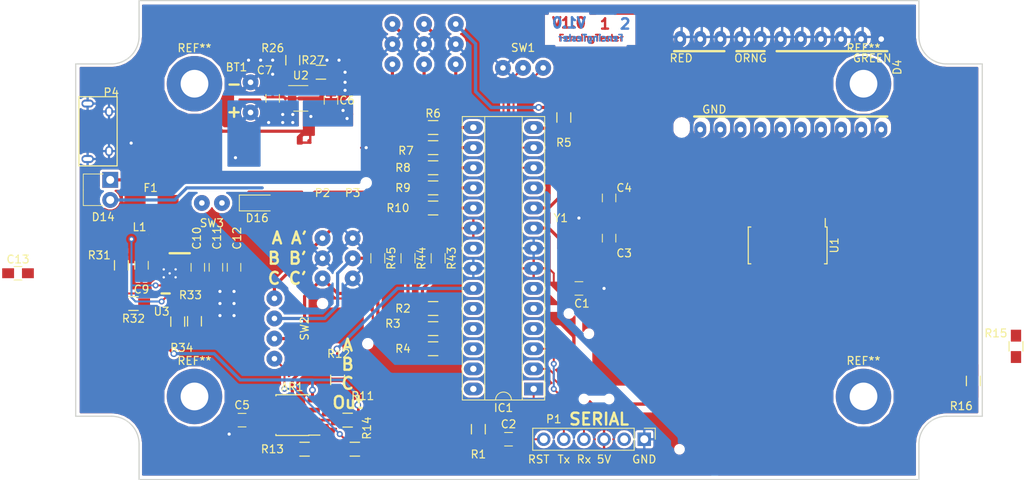
<source format=kicad_pcb>
(kicad_pcb (version 20171130) (host pcbnew "(5.0.0)")
  (layers (0 F.Cu signal) (31 B.Cu signal) (34 B.Paste user) (35 F.Paste user) (36 B.SilkS user) (37 F.SilkS user) (38 B.Mask user) (39 F.Mask user) (44 Edge.Cuts user))
  (net 0 "")
  (net 1 +5V)
  (net 2 "Net-(AR1-Pad2)")
  (net 3 "Net-(AR1-Pad3)")
  (net 4 GND)
  (net 5 /Rsense)
  (net 6 "Net-(D1-Pad1)")
  (net 7 "Net-(D2-Pad1)")
  (net 8 "Net-(D3-Pad1)")
  (net 9 "Net-(D14-Pad1)")
  (net 10 /RST)
  (net 11 "Net-(IC1-Pad15)")
  (net 12 /RX)
  (net 13 "Net-(IC1-Pad16)")
  (net 14 /TX)
  (net 15 "Net-(IC1-Pad17)")
  (net 16 "Net-(IC1-Pad18)")
  (net 17 "Net-(IC1-Pad19)")
  (net 18 "Net-(C3-Pad1)")
  (net 19 "Net-(C4-Pad1)")
  (net 20 "Net-(IC1-Pad12)")
  (net 21 "Net-(IC1-Pad13)")
  (net 22 "Net-(IC1-Pad14)")
  (net 23 "Net-(L1-Pad2)")
  (net 24 "Net-(C2-Pad1)")
  (net 25 /CAA')
  (net 26 /CBB')
  (net 27 /CCC')
  (net 28 "Net-(C6-Pad2)")
  (net 29 "Net-(D3-Pad3)")
  (net 30 "Net-(D2-Pad3)")
  (net 31 "Net-(D1-Pad3)")
  (net 32 "Net-(R27-Pad1)")
  (net 33 "Net-(R33-Pad2)")
  (net 34 "Net-(BT1-Pad1)")
  (net 35 "Net-(C10-Pad1)")
  (net 36 GNDA)
  (net 37 "Net-(R13-Pad2)")
  (net 38 "Net-(C13-Pad1)")
  (net 39 "Net-(C13-Pad2)")
  (net 40 "Net-(U1-Pad17)")
  (net 41 "Net-(U1-Pad18)")
  (net 42 "Net-(U1-Pad20)")
  (net 43 "Net-(U1-Pad21)")
  (net 44 "Net-(AR1-Pad1)")
  (net 45 "Net-(D4-Pad30)")
  (net 46 "Net-(D4-Pad29)")
  (net 47 "Net-(D4-Pad28)")
  (net 48 "Net-(D4-Pad27)")
  (net 49 "Net-(D4-Pad26)")
  (net 50 "Net-(D4-Pad25)")
  (net 51 "Net-(D4-Pad24)")
  (net 52 "Net-(D4-Pad23)")
  (net 53 "Net-(D4-Pad22)")
  (net 54 "Net-(D4-Pad21)")
  (net 55 /BSense)
  (net 56 "Net-(IC1-Pad4)")
  (net 57 "Net-(IC1-Pad5)")
  (net 58 "Net-(IC1-Pad6)")
  (net 59 /SDA)
  (net 60 /SCL)
  (net 61 "Net-(R15-Pad1)")
  (net 62 "Net-(R16-Pad1)")
  (net 63 "Net-(R26-Pad2)")
  (module custom-fencingTester:Bargraph (layer F.Cu) (at 199.2 21.86 270)
    (fp_text reference D4 (at 3.556 -4.572 90) (layer F.SilkS))
    (fp_text value Bargraph)
    (fp_text user GND (at 8.89 18.542) (layer F.SilkS))
    (fp_text user RED (at 2.413 22.733) (layer F.SilkS))
    (fp_text user GREEN (at 2.413 -1.397) (layer F.SilkS))
    (fp_text user ORNG (at 2.413 13.97) (layer F.SilkS))
    (pad 30 thru_hole oval (at 11.43 -2.54 270) (size 2 1.5) (drill 0.7) (layers *.Cu *.Mask) (net 45 "Net-(D4-Pad30)"))
    (pad 29 thru_hole oval (at 11.43 0 270) (size 2 1.5) (drill 0.7) (layers *.Cu *.Mask) (net 46 "Net-(D4-Pad29)"))
    (pad 28 thru_hole oval (at 11.43 2.54 270) (size 2 1.5) (drill 0.7) (layers *.Cu *.Mask) (net 47 "Net-(D4-Pad28)"))
    (pad 27 thru_hole oval (at 11.43 5.08 270) (size 2 1.5) (drill 0.7) (layers *.Cu *.Mask) (net 48 "Net-(D4-Pad27)"))
    (pad 26 thru_hole oval (at 11.43 7.62 270) (size 2 1.5) (drill 0.7) (layers *.Cu *.Mask) (net 49 "Net-(D4-Pad26)"))
    (pad 25 thru_hole oval (at 11.43 10.16 270) (size 2 1.5) (drill 0.7) (layers *.Cu *.Mask) (net 50 "Net-(D4-Pad25)"))
    (pad 24 thru_hole oval (at 11.43 12.7 270) (size 2 1.5) (drill 0.7) (layers *.Cu *.Mask) (net 51 "Net-(D4-Pad24)"))
    (pad 23 thru_hole oval (at 11.43 15.24 270) (size 2 1.5) (drill 0.7) (layers *.Cu *.Mask) (net 52 "Net-(D4-Pad23)"))
    (pad 22 thru_hole oval (at 11.43 17.78 270) (size 2 1.5) (drill 0.7) (layers *.Cu *.Mask) (net 53 "Net-(D4-Pad22)"))
    (pad 21 thru_hole oval (at 11.43 20.32 270) (size 2 1.5) (drill 0.7) (layers *.Cu *.Mask) (net 54 "Net-(D4-Pad21)"))
    (pad 19 thru_hole oval (at 0 22.86 270) (size 2 1.5) (drill 0.7) (layers *.Cu *.Mask) (net 1 +5V))
    (pad 17 thru_hole oval (at 0 20.32 270) (size 2 1.5) (drill 0.7) (layers *.Cu *.Mask) (net 1 +5V))
    (pad 15 thru_hole oval (at 0 17.78 270) (size 2 1.5) (drill 0.7) (layers *.Cu *.Mask) (net 1 +5V))
    (pad 14 thru_hole oval (at 0 15.24 270) (size 2 1.5) (drill 0.7) (layers *.Cu *.Mask) (net 1 +5V))
    (pad 13 thru_hole oval (at 0 12.7 270) (size 2 1.5) (drill 0.7) (layers *.Cu *.Mask) (net 1 +5V))
    (pad 12 thru_hole oval (at 0 10.16 270) (size 2 1.5) (drill 0.7) (layers *.Cu *.Mask) (net 1 +5V))
    (pad 10 thru_hole oval (at 0 7.62 270) (size 2 1.5) (drill 0.7) (layers *.Cu *.Mask) (net 1 +5V))
    (pad 8 thru_hole oval (at 0 5.08 270) (size 2 1.5) (drill 0.7) (layers *.Cu *.Mask) (net 1 +5V))
    (pad 6 thru_hole oval (at 0 2.54 270) (size 2 1.5) (drill 0.7) (layers *.Cu *.Mask) (net 1 +5V))
    (pad 4 thru_hole oval (at 0 0 270) (size 2 1.5) (drill 0.7) (layers *.Cu *.Mask) (net 1 +5V))
    (pad 2 thru_hole oval (at 0 -2.54 270) (size 2 1.5) (drill 0.7) (layers *.Cu *.Mask) (net 1 +5V))
  )
  (module Mounting_Holes:MountingHole_3.5mm_Pad (layer F.Cu) (at 115 27.5)
    (fp_text reference REF** (at 0 -4.5) (layer F.SilkS))
    (fp_text value MountingHole_3.5mm_Pad)
    (pad 1 thru_hole circle (at 0 0) (size 7 7) (drill 3.5) (layers *.Cu *.Mask))
  )
  (module Mounting_Holes:MountingHole_3.5mm_Pad (layer F.Cu) (at 199.5 27.5)
    (fp_text reference REF** (at 0 -4.5) (layer F.SilkS))
    (fp_text value MountingHole_3.5mm_Pad)
    (pad 1 thru_hole circle (at 0 0) (size 7 7) (drill 3.5) (layers *.Cu *.Mask))
  )
  (module Mounting_Holes:MountingHole_3.5mm_Pad (layer F.Cu) (at 199.5 67)
    (fp_text reference REF** (at 0 -4.5) (layer F.SilkS))
    (fp_text value MountingHole_3.5mm_Pad)
    (pad 1 thru_hole circle (at 0 0) (size 7 7) (drill 3.5) (layers *.Cu *.Mask))
  )
  (module Housings_DIP:DIP-28_W7.62mm_Socket_LongPads (layer F.Cu) (at 157.84 66.055 180)
    (fp_text reference IC1 (at 3.81 -2.39 180) (layer F.SilkS))
    (fp_text value ATMEGA328P-P)
    (pad 1 thru_hole rect (at 0 0 180) (size 2.4 1.6) (drill 0.8) (layers *.Cu *.Mask) (net 10 /RST))
    (pad 15 thru_hole oval (at 7.62 33.02 180) (size 2.4 1.6) (drill 0.8) (layers *.Cu *.Mask) (net 11 "Net-(IC1-Pad15)"))
    (pad 2 thru_hole oval (at 0 2.54 180) (size 2.4 1.6) (drill 0.8) (layers *.Cu *.Mask) (net 12 /RX))
    (pad 16 thru_hole oval (at 7.62 30.48 180) (size 2.4 1.6) (drill 0.8) (layers *.Cu *.Mask) (net 13 "Net-(IC1-Pad16)"))
    (pad 3 thru_hole oval (at 0 5.08 180) (size 2.4 1.6) (drill 0.8) (layers *.Cu *.Mask) (net 14 /TX))
    (pad 17 thru_hole oval (at 7.62 27.94 180) (size 2.4 1.6) (drill 0.8) (layers *.Cu *.Mask) (net 15 "Net-(IC1-Pad17)"))
    (pad 4 thru_hole oval (at 0 7.62 180) (size 2.4 1.6) (drill 0.8) (layers *.Cu *.Mask) (net 56 "Net-(IC1-Pad4)"))
    (pad 18 thru_hole oval (at 7.62 25.4 180) (size 2.4 1.6) (drill 0.8) (layers *.Cu *.Mask) (net 16 "Net-(IC1-Pad18)"))
    (pad 5 thru_hole oval (at 0 10.16 180) (size 2.4 1.6) (drill 0.8) (layers *.Cu *.Mask) (net 57 "Net-(IC1-Pad5)"))
    (pad 19 thru_hole oval (at 7.62 22.86 180) (size 2.4 1.6) (drill 0.8) (layers *.Cu *.Mask) (net 17 "Net-(IC1-Pad19)"))
    (pad 6 thru_hole oval (at 0 12.7 180) (size 2.4 1.6) (drill 0.8) (layers *.Cu *.Mask) (net 58 "Net-(IC1-Pad6)"))
    (pad 20 thru_hole oval (at 7.62 20.32 180) (size 2.4 1.6) (drill 0.8) (layers *.Cu *.Mask) (net 1 +5V))
    (pad 7 thru_hole oval (at 0 15.24 180) (size 2.4 1.6) (drill 0.8) (layers *.Cu *.Mask) (net 1 +5V))
    (pad 21 thru_hole oval (at 7.62 17.78 180) (size 2.4 1.6) (drill 0.8) (layers *.Cu *.Mask))
    (pad 8 thru_hole oval (at 0 17.78 180) (size 2.4 1.6) (drill 0.8) (layers *.Cu *.Mask) (net 4 GND))
    (pad 22 thru_hole oval (at 7.62 15.24 180) (size 2.4 1.6) (drill 0.8) (layers *.Cu *.Mask) (net 4 GND))
    (pad 9 thru_hole oval (at 0 20.32 180) (size 2.4 1.6) (drill 0.8) (layers *.Cu *.Mask) (net 18 "Net-(C3-Pad1)"))
    (pad 23 thru_hole oval (at 7.62 12.7 180) (size 2.4 1.6) (drill 0.8) (layers *.Cu *.Mask) (net 5 /Rsense))
    (pad 10 thru_hole oval (at 0 22.86 180) (size 2.4 1.6) (drill 0.8) (layers *.Cu *.Mask) (net 19 "Net-(C4-Pad1)"))
    (pad 24 thru_hole oval (at 7.62 10.16 180) (size 2.4 1.6) (drill 0.8) (layers *.Cu *.Mask) (net 55 /BSense))
    (pad 11 thru_hole oval (at 0 25.4 180) (size 2.4 1.6) (drill 0.8) (layers *.Cu *.Mask))
    (pad 25 thru_hole oval (at 7.62 7.62 180) (size 2.4 1.6) (drill 0.8) (layers *.Cu *.Mask))
    (pad 12 thru_hole oval (at 0 27.94 180) (size 2.4 1.6) (drill 0.8) (layers *.Cu *.Mask) (net 20 "Net-(IC1-Pad12)"))
    (pad 26 thru_hole oval (at 7.62 5.08 180) (size 2.4 1.6) (drill 0.8) (layers *.Cu *.Mask))
    (pad 13 thru_hole oval (at 0 30.48 180) (size 2.4 1.6) (drill 0.8) (layers *.Cu *.Mask) (net 21 "Net-(IC1-Pad13)"))
    (pad 27 thru_hole oval (at 7.62 2.54 180) (size 2.4 1.6) (drill 0.8) (layers *.Cu *.Mask) (net 59 /SDA))
    (pad 14 thru_hole oval (at 0 33.02 180) (size 2.4 1.6) (drill 0.8) (layers *.Cu *.Mask) (net 22 "Net-(IC1-Pad14)"))
    (pad 28 thru_hole oval (at 7.62 0 180) (size 2.4 1.6) (drill 0.8) (layers *.Cu *.Mask) (net 60 /SCL))
  )
  (module Capacitors_SMD:C_0805_HandSoldering (layer F.Cu) (at 167.365 41.925 270)
    (fp_text reference C4 (at -1.27 -1.905) (layer F.SilkS))
    (fp_text value "22 pF")
    (pad 1 smd rect (at -1.25 0 270) (size 1.5 1.25) (layers F.Cu F.Paste F.Mask) (net 19 "Net-(C4-Pad1)"))
    (pad 2 smd rect (at 1.25 0 270) (size 1.5 1.25) (layers F.Cu F.Paste F.Mask) (net 4 GND))
  )
  (module Housings_SOIC:SOIC-8_3.9x4.9mm_Pitch1.27mm (layer F.Cu) (at 127.36 69.357 180)
    (fp_text reference AR1 (at 0 3.556 180) (layer F.SilkS))
    (fp_text value MAX4238)
    (pad 1 smd rect (at -2.7 -1.905 180) (size 1.55 0.6) (layers F.Cu F.Paste F.Mask) (net 44 "Net-(AR1-Pad1)"))
    (pad 2 smd rect (at -2.7 -0.635 180) (size 1.55 0.6) (layers F.Cu F.Paste F.Mask) (net 2 "Net-(AR1-Pad2)"))
    (pad 3 smd rect (at -2.7 0.635 180) (size 1.55 0.6) (layers F.Cu F.Paste F.Mask) (net 3 "Net-(AR1-Pad3)"))
    (pad 4 smd rect (at -2.7 1.905 180) (size 1.55 0.6) (layers F.Cu F.Paste F.Mask) (net 36 GNDA))
    (pad 5 smd rect (at 2.7 1.905 180) (size 1.55 0.6) (layers F.Cu F.Paste F.Mask))
    (pad 6 smd rect (at 2.7 0.635 180) (size 1.55 0.6) (layers F.Cu F.Paste F.Mask) (net 5 /Rsense))
    (pad 7 smd rect (at 2.7 -0.635 180) (size 1.55 0.6) (layers F.Cu F.Paste F.Mask) (net 1 +5V))
    (pad 8 smd rect (at 2.7 -1.905 180) (size 1.55 0.6) (layers F.Cu F.Paste F.Mask))
  )
  (module Diodes_SMD:SOD-123 (layer F.Cu) (at 122.915 42.56)
    (fp_text reference D16 (at 0 1.905) (layer F.SilkS))
    (fp_text value D_Schottky)
    (pad 1 smd rect (at -1.65 0) (size 0.9 1.2) (layers F.Cu F.Paste F.Mask))
    (pad 2 smd rect (at 1.65 0) (size 0.9 1.2) (layers F.Cu F.Paste F.Mask))
  )
  (module custom-fencingTester:CoilCraft-LPS3015-CMS (layer F.Cu) (at 110.85 46.624)
    (fp_text reference L1 (at -2.794 -1.016 180) (layer F.SilkS))
    (fp_text value 2.2µH)
    (pad 2 smd rect (at 1.34 0) (size 0.9 2.54) (layers F.Cu F.Paste F.Mask) (net 23 "Net-(L1-Pad2)"))
    (pad 1 smd rect (at -1.34 0) (size 0.9 2.54) (layers F.Cu F.Paste F.Mask) (net 38 "Net-(C13-Pad1)"))
    (pad 2 smd rect (at 0.95 1.18) (size 0.88 0.7) (layers F.Cu F.Paste F.Mask) (net 23 "Net-(L1-Pad2)"))
    (pad 2 smd rect (at 0.95 -1.18) (size 0.88 0.7) (layers F.Cu F.Paste F.Mask) (net 23 "Net-(L1-Pad2)"))
    (pad 1 smd rect (at -0.95 1.18) (size 0.88 0.7) (layers F.Cu F.Paste F.Mask) (net 38 "Net-(C13-Pad1)"))
    (pad 1 smd rect (at -0.95 -1.18) (size 0.88 0.7) (layers F.Cu F.Paste F.Mask) (net 38 "Net-(C13-Pad1)"))
    (pad 1 smd rect (at -0.79 -0.76 40.1) (size 0.511 0.25) (layers F.Cu F.Paste F.Mask) (net 38 "Net-(C13-Pad1)"))
    (pad 2 smd rect (at 0.79 0.76 40.1) (size 0.511 0.25) (layers F.Cu F.Paste F.Mask) (net 23 "Net-(L1-Pad2)"))
    (pad 1 smd rect (at -0.79 0.76 319.9) (size 0.511 0.25) (layers F.Cu F.Paste F.Mask) (net 38 "Net-(C13-Pad1)"))
    (pad 2 smd rect (at 0.79 -0.76 319.9) (size 0.511 0.25) (layers F.Cu F.Paste F.Mask) (net 23 "Net-(L1-Pad2)"))
    (pad 2 smd rect (at 1.39 1.27 45) (size 0.36355 0.36355) (layers F.Cu F.Paste F.Mask) (net 23 "Net-(L1-Pad2)"))
    (pad 2 smd rect (at 1.39 -1.27 45) (size 0.36355 0.36355) (layers F.Cu F.Paste F.Mask) (net 23 "Net-(L1-Pad2)"))
    (pad 1 smd rect (at -1.39 -1.27 45) (size 0.36355 0.36355) (layers F.Cu F.Paste F.Mask) (net 38 "Net-(C13-Pad1)"))
    (pad 1 smd rect (at -1.39 1.27 45) (size 0.36355 0.36355) (layers F.Cu F.Paste F.Mask) (net 38 "Net-(C13-Pad1)"))
  )
  (module Pin_Headers:Pin_Header_Straight_1x06_Pitch2.54mm (layer F.Cu) (at 171.81 72.405 270)
    (fp_text reference P1 (at -2.54 11.43) (layer F.SilkS))
    (fp_text value SERIAL)
    (pad 1 thru_hole rect (at 0 0 270) (size 1.7 1.7) (drill 1) (layers *.Cu *.Mask) (net 4 GND))
    (pad 2 thru_hole oval (at 0 2.54 270) (size 1.7 1.7) (drill 1) (layers *.Cu *.Mask))
    (pad 3 thru_hole oval (at 0 5.08 270) (size 1.7 1.7) (drill 1) (layers *.Cu *.Mask) (net 1 +5V))
    (pad 4 thru_hole oval (at 0 7.62 270) (size 1.7 1.7) (drill 1) (layers *.Cu *.Mask) (net 12 /RX))
    (pad 5 thru_hole oval (at 0 10.16 270) (size 1.7 1.7) (drill 1) (layers *.Cu *.Mask) (net 14 /TX))
    (pad 6 thru_hole oval (at 0 12.7 270) (size 1.7 1.7) (drill 1) (layers *.Cu *.Mask) (net 24 "Net-(C2-Pad1)"))
  )
  (module Fuse_Holders_and_Fuses:Fuse_SMD1206_HandSoldering (layer F.Cu) (at 109.58 42.56)
    (fp_text reference F1 (at -0.127 -1.905 180) (layer F.SilkS))
    (fp_text value FUSE)
    (pad 1 smd rect (at -2.08534 0 90) (size 2.02946 2.65176) (layers F.Cu F.Paste F.Mask) (net 38 "Net-(C13-Pad1)"))
    (pad 2 smd rect (at 2.08534 0 90) (size 2.02946 2.65176) (layers F.Cu F.Paste F.Mask) (net 55 /BSense))
  )
  (module Capacitors_SMD:C_0805_HandSoldering (layer F.Cu) (at 163.555 53.355)
    (fp_text reference C1 (at 0.381 1.905 180) (layer F.SilkS))
    (fp_text value 100nF)
    (pad 1 smd rect (at -1.25 0) (size 1.5 1.25) (layers F.Cu F.Paste F.Mask) (net 1 +5V))
    (pad 2 smd rect (at 1.25 0) (size 1.5 1.25) (layers F.Cu F.Paste F.Mask) (net 4 GND))
  )
  (module Capacitors_SMD:C_0805_HandSoldering (layer F.Cu) (at 154.665 72.405 180)
    (fp_text reference C2 (at 0 1.905 180) (layer F.SilkS))
    (fp_text value 100nF)
    (pad 1 smd rect (at -1.25 0 180) (size 1.5 1.25) (layers F.Cu F.Paste F.Mask) (net 24 "Net-(C2-Pad1)"))
    (pad 2 smd rect (at 1.25 0 180) (size 1.5 1.25) (layers F.Cu F.Paste F.Mask) (net 10 /RST))
  )
  (module Capacitors_SMD:C_0805_HandSoldering (layer F.Cu) (at 167.365 47.005 90)
    (fp_text reference C3 (at -1.905 1.905 180) (layer F.SilkS))
    (fp_text value "22 pF")
    (pad 1 smd rect (at -1.25 0 90) (size 1.5 1.25) (layers F.Cu F.Paste F.Mask) (net 18 "Net-(C3-Pad1)"))
    (pad 2 smd rect (at 1.25 0 90) (size 1.5 1.25) (layers F.Cu F.Paste F.Mask) (net 4 GND))
  )
  (module Capacitors_SMD:C_0805_HandSoldering (layer F.Cu) (at 121.01 69.992)
    (fp_text reference C5 (at 0 -1.905) (layer F.SilkS))
    (fp_text value 100nF)
    (pad 1 smd rect (at -1.25 0) (size 1.5 1.25) (layers F.Cu F.Paste F.Mask) (net 4 GND))
    (pad 2 smd rect (at 1.25 0) (size 1.5 1.25) (layers F.Cu F.Paste F.Mask) (net 44 "Net-(AR1-Pad1)"))
  )
  (module Capacitors_SMD:C_0805_HandSoldering (layer F.Cu) (at 132.24 29.606 270)
    (fp_text reference C6 (at 0 -2.032) (layer F.SilkS))
    (fp_text value 4.7µF)
    (pad 1 smd rect (at -1.25 0 270) (size 1.5 1.25) (layers F.Cu F.Paste F.Mask) (net 4 GND))
    (pad 2 smd rect (at 1.25 0 270) (size 1.5 1.25) (layers F.Cu F.Paste F.Mask) (net 28 "Net-(C6-Pad2)"))
  )
  (module Capacitors_SMD:C_0805_HandSoldering (layer F.Cu) (at 124.874 29.352 90)
    (fp_text reference C7 (at 3.556 -1.016 180) (layer F.SilkS))
    (fp_text value 4.7µF)
    (pad 1 smd rect (at -1.25 0 90) (size 1.5 1.25) (layers F.Cu F.Paste F.Mask) (net 34 "Net-(BT1-Pad1)"))
    (pad 2 smd rect (at 1.25 0 90) (size 1.5 1.25) (layers F.Cu F.Paste F.Mask) (net 4 GND))
  )
  (module Capacitors_SMD:C_0805_HandSoldering (layer F.Cu) (at 108.31 50.434 90)
    (fp_text reference C9 (at -3.048 0 180) (layer F.SilkS))
    (fp_text value 10µF)
    (pad 1 smd rect (at -1.25 0 90) (size 1.5 1.25) (layers F.Cu F.Paste F.Mask) (net 4 GND))
    (pad 2 smd rect (at 1.25 0 90) (size 1.5 1.25) (layers F.Cu F.Paste F.Mask) (net 38 "Net-(C13-Pad1)"))
  )
  (module Capacitors_SMD:C_0805_HandSoldering (layer F.Cu) (at 115.422 50.688 270)
    (fp_text reference C10 (at -3.683 0.127 270) (layer F.SilkS))
    (fp_text value 100nF)
    (pad 1 smd rect (at -1.25 0 270) (size 1.5 1.25) (layers F.Cu F.Paste F.Mask) (net 35 "Net-(C10-Pad1)"))
    (pad 2 smd rect (at 1.25 0 270) (size 1.5 1.25) (layers F.Cu F.Paste F.Mask) (net 4 GND) (thermal_gap 0.2))
  )
  (module Capacitors_SMD:C_0805_HandSoldering (layer F.Cu) (at 117.708 50.688 270)
    (fp_text reference C11 (at -3.683 -0.127 270) (layer F.SilkS))
    (fp_text value 10µF)
    (pad 1 smd rect (at -1.25 0 270) (size 1.5 1.25) (layers F.Cu F.Paste F.Mask) (net 1 +5V))
    (pad 2 smd rect (at 1.25 0 270) (size 1.5 1.25) (layers F.Cu F.Paste F.Mask) (net 4 GND))
  )
  (module Capacitors_SMD:C_0805_HandSoldering (layer F.Cu) (at 119.994 50.688 270)
    (fp_text reference C12 (at -3.683 -0.381 270) (layer F.SilkS))
    (fp_text value 10µF)
    (pad 1 smd rect (at -1.25 0 270) (size 1.5 1.25) (layers F.Cu F.Paste F.Mask) (net 1 +5V))
    (pad 2 smd rect (at 1.25 0 270) (size 1.5 1.25) (layers F.Cu F.Paste F.Mask) (net 4 GND))
  )
  (module Resistors_SMD:R_0805_HandSoldering (layer F.Cu) (at 150.855 71.135 270)
    (fp_text reference R1 (at 3.175 0) (layer F.SilkS))
    (fp_text value 10k)
    (pad 1 smd rect (at -1.35 0 270) (size 1.5 1.3) (layers F.Cu F.Paste F.Mask) (net 1 +5V))
    (pad 2 smd rect (at 1.35 0 270) (size 1.5 1.3) (layers F.Cu F.Paste F.Mask) (net 10 /RST))
  )
  (module Resistors_SMD:R_0805_HandSoldering (layer F.Cu) (at 145.14 55.895)
    (fp_text reference R2 (at -3.81 0) (layer F.SilkS))
    (fp_text value 10k)
    (pad 1 smd rect (at -1.35 0) (size 1.5 1.3) (layers F.Cu F.Paste F.Mask) (net 25 /CAA'))
    (pad 2 smd rect (at 1.35 0) (size 1.5 1.3) (layers F.Cu F.Paste F.Mask) (net 56 "Net-(IC1-Pad4)"))
  )
  (module Resistors_SMD:R_0805_HandSoldering (layer F.Cu) (at 145.14 58.435)
    (fp_text reference R3 (at -5.08 -0.635) (layer F.SilkS))
    (fp_text value 10k)
    (pad 1 smd rect (at -1.35 0) (size 1.5 1.3) (layers F.Cu F.Paste F.Mask) (net 26 /CBB'))
    (pad 2 smd rect (at 1.35 0) (size 1.5 1.3) (layers F.Cu F.Paste F.Mask) (net 57 "Net-(IC1-Pad5)"))
  )
  (module Resistors_SMD:R_0805_HandSoldering (layer F.Cu) (at 145.14 60.975)
    (fp_text reference R4 (at -3.81 0) (layer F.SilkS))
    (fp_text value 10k)
    (pad 1 smd rect (at -1.35 0) (size 1.5 1.3) (layers F.Cu F.Paste F.Mask) (net 27 /CCC'))
    (pad 2 smd rect (at 1.35 0) (size 1.5 1.3) (layers F.Cu F.Paste F.Mask) (net 58 "Net-(IC1-Pad6)"))
  )
  (module Resistors_SMD:R_0805_HandSoldering (layer F.Cu) (at 161.65 31.765 270)
    (fp_text reference R5 (at 3.175 0) (layer F.SilkS))
    (fp_text value 330)
    (pad 1 smd rect (at -1.35 0 270) (size 1.5 1.3) (layers F.Cu F.Paste F.Mask) (net 31 "Net-(D1-Pad3)"))
    (pad 2 smd rect (at 1.35 0 270) (size 1.5 1.3) (layers F.Cu F.Paste F.Mask) (net 22 "Net-(IC1-Pad14)"))
  )
  (module Resistors_SMD:R_0805_HandSoldering (layer F.Cu) (at 145.14 33.035)
    (fp_text reference R6 (at 0 -1.778) (layer F.SilkS))
    (fp_text value 330)
    (pad 1 smd rect (at -1.35 0) (size 1.5 1.3) (layers F.Cu F.Paste F.Mask) (net 6 "Net-(D1-Pad1)"))
    (pad 2 smd rect (at 1.35 0) (size 1.5 1.3) (layers F.Cu F.Paste F.Mask) (net 11 "Net-(IC1-Pad15)"))
  )
  (module Resistors_SMD:R_0805_HandSoldering (layer F.Cu) (at 145.14 35.575)
    (fp_text reference R7 (at -3.429 0.381) (layer F.SilkS))
    (fp_text value 330)
    (pad 1 smd rect (at -1.35 0) (size 1.5 1.3) (layers F.Cu F.Paste F.Mask) (net 30 "Net-(D2-Pad3)"))
    (pad 2 smd rect (at 1.35 0) (size 1.5 1.3) (layers F.Cu F.Paste F.Mask) (net 13 "Net-(IC1-Pad16)"))
  )
  (module Resistors_SMD:R_0805_HandSoldering (layer F.Cu) (at 145.14 38.115)
    (fp_text reference R8 (at -3.81 0) (layer F.SilkS))
    (fp_text value 330)
    (pad 1 smd rect (at -1.35 0) (size 1.5 1.3) (layers F.Cu F.Paste F.Mask) (net 7 "Net-(D2-Pad1)"))
    (pad 2 smd rect (at 1.35 0) (size 1.5 1.3) (layers F.Cu F.Paste F.Mask) (net 15 "Net-(IC1-Pad17)"))
  )
  (module Resistors_SMD:R_0805_HandSoldering (layer F.Cu) (at 145.14 40.655)
    (fp_text reference R9 (at -3.81 0) (layer F.SilkS))
    (fp_text value 330)
    (pad 1 smd rect (at -1.35 0) (size 1.5 1.3) (layers F.Cu F.Paste F.Mask) (net 29 "Net-(D3-Pad3)"))
    (pad 2 smd rect (at 1.35 0) (size 1.5 1.3) (layers F.Cu F.Paste F.Mask) (net 16 "Net-(IC1-Pad18)"))
  )
  (module Resistors_SMD:R_0805_HandSoldering (layer F.Cu) (at 145.14 43.195)
    (fp_text reference R10 (at -4.445 0) (layer F.SilkS))
    (fp_text value 330)
    (pad 1 smd rect (at -1.35 0) (size 1.5 1.3) (layers F.Cu F.Paste F.Mask) (net 8 "Net-(D3-Pad1)"))
    (pad 2 smd rect (at 1.35 0) (size 1.5 1.3) (layers F.Cu F.Paste F.Mask) (net 17 "Net-(IC1-Pad19)"))
  )
  (module Resistors_SMD:R_0805_HandSoldering (layer F.Cu) (at 134.345 69.992 180)
    (fp_text reference R11 (at -1.905 3.048 180) (layer F.SilkS))
    (fp_text value 1k)
    (pad 1 smd rect (at -1.35 0 180) (size 1.5 1.3) (layers F.Cu F.Paste F.Mask) (net 36 GNDA))
    (pad 2 smd rect (at 1.35 0 180) (size 1.5 1.3) (layers F.Cu F.Paste F.Mask) (net 2 "Net-(AR1-Pad2)"))
  )
  (module Resistors_SMD:R_0805_HandSoldering (layer F.Cu) (at 133.075 64.912 90)
    (fp_text reference R12 (at 3.302 0.127 180) (layer F.SilkS))
    (fp_text value 61k9)
    (pad 1 smd rect (at -1.35 0 90) (size 1.5 1.3) (layers F.Cu F.Paste F.Mask) (net 2 "Net-(AR1-Pad2)"))
    (pad 2 smd rect (at 1.35 0 90) (size 1.5 1.3) (layers F.Cu F.Paste F.Mask) (net 5 /Rsense))
  )
  (module Resistors_SMD:R_0805_HandSoldering (layer F.Cu) (at 128.905 73.66)
    (fp_text reference R13 (at -4.064 0) (layer F.SilkS))
    (fp_text value 61k9)
    (pad 1 smd rect (at -1.35 0) (size 1.5 1.3) (layers F.Cu F.Paste F.Mask) (net 3 "Net-(AR1-Pad3)"))
    (pad 2 smd rect (at 1.35 0) (size 1.5 1.3) (layers F.Cu F.Paste F.Mask) (net 37 "Net-(R13-Pad2)"))
  )
  (module Resistors_SMD:R_0805_HandSoldering (layer F.Cu) (at 135.255 73.66 180)
    (fp_text reference R14 (at -1.524 2.667 270) (layer F.SilkS))
    (fp_text value 300)
    (pad 1 smd rect (at -1.35 0 180) (size 1.5 1.3) (layers F.Cu F.Paste F.Mask) (net 1 +5V))
    (pad 2 smd rect (at 1.35 0 180) (size 1.5 1.3) (layers F.Cu F.Paste F.Mask) (net 37 "Net-(R13-Pad2)"))
  )
  (module Resistors_SMD:R_0805_HandSoldering (layer F.Cu) (at 218.76 60.67 270)
    (fp_text reference R15 (at -1.651 2.54) (layer F.SilkS))
    (fp_text value R)
    (pad 1 smd rect (at -1.35 0 270) (size 1.5 1.3) (layers F.Cu F.Paste F.Mask) (net 61 "Net-(R15-Pad1)"))
    (pad 2 smd rect (at 1.35 0 270) (size 1.5 1.3) (layers F.Cu F.Paste F.Mask) (net 4 GND))
  )
  (module Resistors_SMD:R_0805_HandSoldering (layer F.Cu) (at 213.37 65.04 270)
    (fp_text reference R16 (at 3.175 1.524) (layer F.SilkS))
    (fp_text value 10k)
    (pad 1 smd rect (at -1.35 0 270) (size 1.5 1.3) (layers F.Cu F.Paste F.Mask) (net 62 "Net-(R16-Pad1)"))
    (pad 2 smd rect (at 1.35 0 270) (size 1.5 1.3) (layers F.Cu F.Paste F.Mask) (net 1 +5V))
  )
  (module Resistors_SMD:R_0805_HandSoldering (layer F.Cu) (at 127.414 24.526 90)
    (fp_text reference R26 (at 1.524 -2.54 180) (layer F.SilkS))
    (fp_text value 470)
    (pad 1 smd rect (at -1.35 0 90) (size 1.5 1.3) (layers F.Cu F.Paste F.Mask) (net 9 "Net-(D14-Pad1)"))
    (pad 2 smd rect (at 1.35 0 90) (size 1.5 1.3) (layers F.Cu F.Paste F.Mask) (net 63 "Net-(R26-Pad2)"))
  )
  (module Resistors_SMD:R_0805_HandSoldering (layer F.Cu) (at 130.97 26.05)
    (fp_text reference R27 (at -1.016 -1.524) (layer F.SilkS))
    (fp_text value 2k)
    (pad 1 smd rect (at -1.35 0) (size 1.5 1.3) (layers F.Cu F.Paste F.Mask) (net 32 "Net-(R27-Pad1)"))
    (pad 2 smd rect (at 1.35 0) (size 1.5 1.3) (layers F.Cu F.Paste F.Mask) (net 4 GND))
  )
  (module Resistors_SMD:R_0805_HandSoldering (layer F.Cu) (at 105.77 50.434 270)
    (fp_text reference R31 (at -1.27 2.794) (layer F.SilkS))
    (fp_text value 2.4M)
    (pad 1 smd rect (at -1.35 0 270) (size 1.5 1.3) (layers F.Cu F.Paste F.Mask) (net 38 "Net-(C13-Pad1)"))
    (pad 2 smd rect (at 1.35 0 270) (size 1.5 1.3) (layers F.Cu F.Paste F.Mask) (net 39 "Net-(C13-Pad2)"))
  )
  (module Resistors_SMD:R_0805_HandSoldering (layer F.Cu) (at 107.294 55.26)
    (fp_text reference R32 (at 0 1.905) (layer F.SilkS))
    (fp_text value 220k)
    (pad 1 smd rect (at -1.35 0) (size 1.5 1.3) (layers F.Cu F.Paste F.Mask) (net 39 "Net-(C13-Pad2)"))
    (pad 2 smd rect (at 1.35 0) (size 1.5 1.3) (layers F.Cu F.Paste F.Mask) (net 36 GNDA))
  )
  (module Resistors_SMD:R_0805_HandSoldering (layer F.Cu) (at 115 57.5 90)
    (fp_text reference R33 (at 3.302 -0.508 180) (layer F.SilkS))
    (fp_text value 2.4M)
    (pad 1 smd rect (at -1.35 0 90) (size 1.5 1.3) (layers F.Cu F.Paste F.Mask) (net 1 +5V))
    (pad 2 smd rect (at 1.35 0 90) (size 1.5 1.3) (layers F.Cu F.Paste F.Mask) (net 33 "Net-(R33-Pad2)"))
  )
  (module Resistors_SMD:R_0805_HandSoldering (layer F.Cu) (at 112.882 57.546 270)
    (fp_text reference R34 (at 3.302 -0.508) (layer F.SilkS))
    (fp_text value 267k)
    (pad 1 smd rect (at -1.35 0 270) (size 1.5 1.3) (layers F.Cu F.Paste F.Mask) (net 33 "Net-(R33-Pad2)"))
    (pad 2 smd rect (at 1.35 0 270) (size 1.5 1.3) (layers F.Cu F.Paste F.Mask) (net 36 GNDA))
  )
  (module custom-fencingTester:TPS61200 (layer F.Cu) (at 111.866 51.45 180)
    (fp_text reference U3 (at 1.016 -4.826 180) (layer F.SilkS))
    (fp_text value TPS61200)
    (pad 11 smd rect (at 0 0 180) (size 2.4 1.65) (layers F.Cu F.Paste F.Mask) (net 4 GND))
    (pad 11 smd rect (at 1.55 -0.4 180) (size 0.85 0.28) (drill (offset 0.075 0)) (layers F.Cu F.Paste F.Mask) (net 4 GND))
    (pad 11 smd rect (at 1.55 0.39 180) (size 0.85 0.28) (drill (offset 0.075 0)) (layers F.Cu F.Paste F.Mask) (net 4 GND))
    (pad 11 smd rect (at -1.55 -0.39 180) (size 0.85 0.28) (drill (offset -0.075 0)) (layers F.Cu F.Paste F.Mask) (net 4 GND))
    (pad 11 smd rect (at -1.55 0.39 180) (size 0.85 0.28) (drill (offset -0.075 0)) (layers F.Cu F.Paste F.Mask) (net 4 GND))
    (pad 1 smd rect (at -1 1.5 180) (size 0.28 1) (drill (offset 0 0.05)) (layers F.Cu F.Paste F.Mask) (net 35 "Net-(C10-Pad1)") (clearance 0.02))
    (pad 2 smd oval (at -0.5 1.5 180) (size 0.28 1) (drill (offset 0 0.05)) (layers F.Cu F.Paste F.Mask) (net 1 +5V))
    (pad 3 smd oval (at 0 1.5 180) (size 0.28 1) (drill (offset 0 0.05)) (layers F.Cu F.Paste F.Mask) (net 23 "Net-(L1-Pad2)"))
    (pad 4 smd oval (at 0.5 1.5 180) (size 0.28 1) (drill (offset 0 0.05)) (layers F.Cu F.Paste F.Mask) (net 4 GND))
    (pad 5 smd oval (at 1 1.5 180) (size 0.28 1) (drill (offset 0 0.05)) (layers F.Cu F.Paste F.Mask) (net 38 "Net-(C13-Pad1)"))
    (pad 6 smd oval (at 1 -1.5 180) (size 0.28 1) (drill (offset 0 -0.05)) (layers F.Cu F.Paste F.Mask) (net 38 "Net-(C13-Pad1)"))
    (pad 7 smd oval (at 0.5 -1.5 180) (size 0.28 1) (drill (offset 0 -0.05)) (layers F.Cu F.Paste F.Mask) (net 39 "Net-(C13-Pad2)"))
    (pad 8 smd oval (at 0 -1.5 180) (size 0.28 1) (drill (offset 0 -0.05)) (layers F.Cu F.Paste F.Mask) (net 38 "Net-(C13-Pad1)"))
    (pad 9 smd oval (at -0.5 -1.5 180) (size 0.28 1) (drill (offset 0 -0.05)) (layers F.Cu F.Paste F.Mask) (net 36 GNDA))
    (pad 10 smd oval (at -1 -1.5 180) (size 0.28 1) (drill (offset 0 -0.05)) (layers F.Cu F.Paste F.Mask) (net 33 "Net-(R33-Pad2)"))
    (pad 11 thru_hole circle (at 0 0 180) (size 0.4 0.4) (drill 0.3) (layers *.Cu *.Mask) (net 4 GND))
    (pad 11 thru_hole circle (at 0.75 -0.5 180) (size 0.4 0.4) (drill 0.3) (layers *.Cu *.Mask) (net 4 GND))
    (pad 11 thru_hole circle (at -0.75 -0.5 180) (size 0.4 0.4) (drill 0.3) (layers *.Cu *.Mask) (net 4 GND))
    (pad 11 thru_hole circle (at -0.75 0.5 180) (size 0.4 0.4) (drill 0.3) (layers *.Cu *.Mask) (net 4 GND))
    (pad 11 thru_hole circle (at 0.75 0.5 180) (size 0.4 0.4) (drill 0.3) (layers *.Cu *.Mask) (net 4 GND))
  )
  (module custom-fencingTester:USB_Micro-B (layer F.Cu) (at 102.64 33.51 270)
    (fp_text reference P4 (at -4.92 -1.852) (layer F.SilkS))
    (fp_text value USB_OTG)
    (pad 1 smd rect (at -1.3009 -1.56254) (size 1.35 0.4) (layers F.Cu F.Paste F.Mask) (net 28 "Net-(C6-Pad2)") (clearance 0.25))
    (pad 2 smd rect (at -0.6509 -1.56254) (size 1.35 0.4) (layers F.Cu F.Paste F.Mask))
    (pad 3 smd rect (at -0.0009 -1.56254) (size 1.35 0.4) (layers F.Cu F.Paste F.Mask))
    (pad 4 smd rect (at 0.6491 -1.56254) (size 1.35 0.4) (layers F.Cu F.Paste F.Mask))
    (pad 5 smd rect (at 1.2991 -1.56254) (size 1.35 0.4) (layers F.Cu F.Paste F.Mask) (net 4 GND))
    (pad 6 thru_hole oval (at -2.5009 -1.56254) (size 0.95 1.25) (drill oval 0.55 0.85) (layers *.Cu *.Mask) (net 4 GND) (clearance 0.1))
    (pad 6 thru_hole oval (at 2.4991 -1.56254) (size 0.95 1.25) (drill oval 0.55 0.85) (layers *.Cu *.Mask) (net 4 GND))
    (pad 6 thru_hole oval (at -3.5009 1.13746) (size 1.55 1) (drill oval 1.15 0.5) (layers *.Cu *.Mask) (net 4 GND))
    (pad 6 thru_hole oval (at 3.4991 1.13746) (size 1.55 1) (drill oval 1.15 0.5) (layers *.Cu *.Mask) (net 4 GND))
  )
  (module custom-fencingTester:ChargingLed (layer F.Cu) (at 104.357 40.909)
    (fp_text reference D14 (at -0.889 3.429 180) (layer F.SilkS))
    (fp_text value LED)
    (pad 2 thru_hole rect (at 0 -1.27) (size 2 2) (drill 1) (layers *.Cu *.Mask) (net 28 "Net-(C6-Pad2)"))
    (pad 1 thru_hole circle (at 0 1.27) (size 2 2) (drill 1) (layers *.Cu *.Mask) (net 9 "Net-(D14-Pad1)"))
  )
  (module custom-fencingTester:Quartz (layer F.Cu) (at 163.555 44.465 270)
    (fp_text reference Y1 (at 0 2.286 180) (layer F.SilkS))
    (fp_text value 16MHz)
    (pad 1 smd rect (at 4.5 0 270) (size 5 2) (layers F.Cu F.Paste F.Mask) (net 18 "Net-(C3-Pad1)"))
    (pad 2 smd rect (at -4.5 0 270) (size 5 2) (layers F.Cu F.Paste F.Mask) (net 19 "Net-(C4-Pad1)"))
  )
  (module TO_SOT_Packages_SMD:SOT-23-5 (layer F.Cu) (at 128.43 29.352)
    (fp_text reference U2 (at 0 -2.9) (layer F.SilkS))
    (fp_text value MCP73831)
    (pad 1 smd rect (at -1.1 -0.95) (size 1.06 0.65) (layers F.Cu F.Paste F.Mask) (net 63 "Net-(R26-Pad2)"))
    (pad 2 smd rect (at -1.1 0) (size 1.06 0.65) (layers F.Cu F.Paste F.Mask) (net 4 GND))
    (pad 3 smd rect (at -1.1 0.95) (size 1.06 0.65) (layers F.Cu F.Paste F.Mask) (net 34 "Net-(BT1-Pad1)"))
    (pad 4 smd rect (at 1.1 0.95) (size 1.06 0.65) (layers F.Cu F.Paste F.Mask) (net 28 "Net-(C6-Pad2)"))
    (pad 5 smd rect (at 1.1 -0.95) (size 1.06 0.65) (layers F.Cu F.Paste F.Mask) (net 32 "Net-(R27-Pad1)"))
  )
  (module Resistors_SMD:R_0805_HandSoldering (layer F.Cu) (at 145.775 49.545 270)
    (fp_text reference R43 (at 0 -1.7 270) (layer F.SilkS))
    (fp_text value 120k)
    (pad 1 smd rect (at -1.35 0 270) (size 1.5 1.3) (layers F.Cu F.Paste F.Mask) (net 1 +5V))
    (pad 2 smd rect (at 1.35 0 270) (size 1.5 1.3) (layers F.Cu F.Paste F.Mask) (net 25 /CAA'))
  )
  (module Resistors_SMD:R_0805_HandSoldering (layer F.Cu) (at 141.965 49.545 270)
    (fp_text reference R44 (at 0 -1.7 270) (layer F.SilkS))
    (fp_text value 120k)
    (pad 1 smd rect (at -1.35 0 270) (size 1.5 1.3) (layers F.Cu F.Paste F.Mask) (net 1 +5V))
    (pad 2 smd rect (at 1.35 0 270) (size 1.5 1.3) (layers F.Cu F.Paste F.Mask) (net 26 /CBB'))
  )
  (module Resistors_SMD:R_0805_HandSoldering (layer F.Cu) (at 138.155 49.545 270)
    (fp_text reference R45 (at 0 -1.7 270) (layer F.SilkS))
    (fp_text value 120k)
    (pad 1 smd rect (at -1.35 0 270) (size 1.5 1.3) (layers F.Cu F.Paste F.Mask) (net 1 +5V))
    (pad 2 smd rect (at 1.35 0 270) (size 1.5 1.3) (layers F.Cu F.Paste F.Mask) (net 27 /CCC'))
  )
  (module custom-fencingTester:3PadsWires (layer F.Cu) (at 148 22.5 90)
    (fp_text reference D1 (at 6.985 0 180) (layer F.SilkS))
    (fp_text value Led_x2)
    (pad 1 thru_hole circle (at -2.54 0 90) (size 2 2) (drill 0.7) (layers *.Cu *.Mask) (net 6 "Net-(D1-Pad1)"))
    (pad 2 thru_hole circle (at 0 0 90) (size 2 2) (drill 0.7) (layers *.Cu *.Mask) (net 4 GND))
    (pad 3 thru_hole circle (at 2.54 0 90) (size 2 2) (drill 0.7) (layers *.Cu *.Mask) (net 31 "Net-(D1-Pad3)"))
  )
  (module custom-fencingTester:3PadsWires (layer F.Cu) (at 144 22.5 90)
    (fp_text reference D2 (at 6.985 0 180) (layer F.SilkS))
    (fp_text value Led_x2)
    (pad 1 thru_hole circle (at -2.54 0 90) (size 2 2) (drill 0.7) (layers *.Cu *.Mask) (net 7 "Net-(D2-Pad1)"))
    (pad 2 thru_hole circle (at 0 0 90) (size 2 2) (drill 0.7) (layers *.Cu *.Mask) (net 4 GND))
    (pad 3 thru_hole circle (at 2.54 0 90) (size 2 2) (drill 0.7) (layers *.Cu *.Mask) (net 30 "Net-(D2-Pad3)"))
  )
  (module custom-fencingTester:3PadsWires (layer F.Cu) (at 140 22.5 90)
    (fp_text reference D3 (at 6.985 0 180) (layer F.SilkS))
    (fp_text value Led_x2)
    (pad 1 thru_hole circle (at -2.54 0 90) (size 2 2) (drill 0.7) (layers *.Cu *.Mask) (net 8 "Net-(D3-Pad1)"))
    (pad 2 thru_hole circle (at 0 0 90) (size 2 2) (drill 0.7) (layers *.Cu *.Mask) (net 4 GND))
    (pad 3 thru_hole circle (at 2.54 0 90) (size 2 2) (drill 0.7) (layers *.Cu *.Mask) (net 29 "Net-(D3-Pad3)"))
  )
  (module custom-fencingTester:SW1 (layer F.Cu) (at 156.5 25.5 180)
    (fp_text reference SW1 (at 0 2.54 180) (layer F.SilkS))
    (fp_text value SP3T)
    (pad 2 thru_hole circle (at -2.54 0 180) (size 2 2) (drill 0.7) (layers *.Cu *.Mask) (net 21 "Net-(IC1-Pad13)"))
    (pad 3 thru_hole circle (at 2.54 0 180) (size 2 2) (drill 0.7) (layers *.Cu *.Mask) (net 4 GND))
    (pad 4 thru_hole circle (at 0 0 180) (size 2 2) (drill 0.7) (layers *.Cu *.Mask) (net 20 "Net-(IC1-Pad12)"))
  )
  (module custom-fencingTester:3PadsWires (layer F.Cu) (at 131.17 49.545 90)
    (fp_text reference P2 (at 8.255 0 180) (layer F.SilkS))
    (fp_text value CONN_01X03)
    (pad 1 thru_hole circle (at 2.54 0 90) (size 2 2) (drill 0.7) (layers *.Cu *.Mask) (net 25 /CAA'))
    (pad 2 thru_hole circle (at 0 0 90) (size 2 2) (drill 0.7) (layers *.Cu *.Mask) (net 4 GND))
    (pad 3 thru_hole circle (at -2.54 0 90) (size 2 2) (drill 0.7) (layers *.Cu *.Mask) (net 27 /CCC'))
  )
  (module custom-fencingTester:SW2 (layer F.Cu) (at 125.095 58.42 270)
    (fp_text reference SW2 (at 0 -3.81 270) (layer F.SilkS))
    (fp_text value SP3T)
    (pad 2 thru_hole circle (at 1.27 0 270) (size 2 2) (drill 0.7) (layers *.Cu *.Mask) (net 27 /CCC'))
    (pad 1 thru_hole circle (at -3.81 0 270) (size 2 2) (drill 0.7) (layers *.Cu *.Mask) (net 25 /CAA'))
    (pad 3 thru_hole circle (at 3.81 0 270) (size 2 2) (drill 0.7) (layers *.Cu *.Mask) (net 37 "Net-(R13-Pad2)"))
    (pad 4 thru_hole circle (at -1.27 0 270) (size 2 2) (drill 0.7) (layers *.Cu *.Mask) (net 26 /CBB'))
  )
  (module custom-fencingTester:3PadsWires (layer F.Cu) (at 134.98 49.545 90)
    (fp_text reference P3 (at 8.255 0 180) (layer F.SilkS))
    (fp_text value CONN_01X03)
    (pad 1 thru_hole circle (at 2.54 0 90) (size 2 2) (drill 0.7) (layers *.Cu *.Mask) (net 4 GND))
    (pad 2 thru_hole circle (at 0 0 90) (size 2 2) (drill 0.7) (layers *.Cu *.Mask) (net 26 /CBB'))
    (pad 3 thru_hole circle (at -2.54 0 90) (size 2 2) (drill 0.7) (layers *.Cu *.Mask) (net 4 GND))
  )
  (module custom-fencingTester:2PadsWire (layer F.Cu) (at 122.08 29.225 90)
    (fp_text reference BT1 (at 3.81 -1.778 180) (layer F.SilkS))
    (fp_text value Battery_Cell)
    (pad 1 thru_hole circle (at -1.905 0 90) (size 2 2) (drill 0.7) (layers *.Cu *.Mask) (net 34 "Net-(BT1-Pad1)"))
    (pad 2 thru_hole circle (at 1.905 0 90) (size 2 2) (drill 0.7) (layers *.Cu *.Mask) (net 4 GND) (thermal_gap 0.2))
  )
  (module custom-fencingTester:SW3 (layer F.Cu) (at 117.2 42.56)
    (fp_text reference SW3 (at 0 2.54) (layer F.SilkS))
    (fp_text value SPST)
    (pad 1 thru_hole circle (at -1.27 0) (size 2 2) (drill 0.7) (layers *.Cu *.Mask) (net 55 /BSense))
    (pad 2 thru_hole circle (at 1.27 0) (size 2 2) (drill 0.7) (layers *.Cu *.Mask) (net 34 "Net-(BT1-Pad1)"))
  )
  (module Mounting_Holes:MountingHole_3.5mm_Pad (layer F.Cu) (at 115 67)
    (fp_text reference REF** (at 0 -4.5) (layer F.SilkS))
    (fp_text value MountingHole_3.5mm_Pad)
    (pad 1 thru_hole circle (at 0 0) (size 7 7) (drill 3.5) (layers *.Cu *.Mask))
  )
  (module Capacitors_SMD:C_0805_HandSoldering (layer F.Cu) (at 92.71 51.435)
    (fp_text reference C13 (at 0 -1.75) (layer F.SilkS))
    (fp_text value 0.1µF)
    (pad 2 smd rect (at 1.25 0) (size 1.5 1.25) (layers F.Cu F.Paste F.Mask) (net 39 "Net-(C13-Pad2)"))
    (pad 1 smd rect (at -1.25 0) (size 1.5 1.25) (layers F.Cu F.Paste F.Mask) (net 38 "Net-(C13-Pad1)"))
  )
  (module Housings_SSOP:TSSOP-28_4.4x9.7mm_Pitch0.65mm (layer F.Cu) (at 189.92 47.92 270)
    (fp_text reference U1 (at 0 -5.9 270) (layer F.SilkS))
    (fp_text value TLC59116)
    (pad 28 smd rect (at 2.85 -4.225 270) (size 1.1 0.4) (layers F.Cu F.Paste F.Mask) (net 1 +5V))
    (pad 27 smd rect (at 2.85 -3.575 270) (size 1.1 0.4) (layers F.Cu F.Paste F.Mask) (net 59 /SDA))
    (pad 26 smd rect (at 2.85 -2.925 270) (size 1.1 0.4) (layers F.Cu F.Paste F.Mask) (net 60 /SCL))
    (pad 25 smd rect (at 2.85 -2.275 270) (size 1.1 0.4) (layers F.Cu F.Paste F.Mask) (net 62 "Net-(R16-Pad1)"))
    (pad 24 smd rect (at 2.85 -1.625 270) (size 1.1 0.4) (layers F.Cu F.Paste F.Mask) (net 4 GND))
    (pad 23 smd rect (at 2.85 -0.975 270) (size 1.1 0.4) (layers F.Cu F.Paste F.Mask))
    (pad 22 smd rect (at 2.85 -0.325 270) (size 1.1 0.4) (layers F.Cu F.Paste F.Mask))
    (pad 21 smd rect (at 2.85 0.325 270) (size 1.1 0.4) (layers F.Cu F.Paste F.Mask) (net 43 "Net-(U1-Pad21)"))
    (pad 20 smd rect (at 2.85 0.975 270) (size 1.1 0.4) (layers F.Cu F.Paste F.Mask) (net 42 "Net-(U1-Pad20)"))
    (pad 19 smd rect (at 2.85 1.625 270) (size 1.1 0.4) (layers F.Cu F.Paste F.Mask) (net 4 GND))
    (pad 18 smd rect (at 2.85 2.275 270) (size 1.1 0.4) (layers F.Cu F.Paste F.Mask) (net 41 "Net-(U1-Pad18)"))
    (pad 17 smd rect (at 2.85 2.925 270) (size 1.1 0.4) (layers F.Cu F.Paste F.Mask) (net 40 "Net-(U1-Pad17)"))
    (pad 16 smd rect (at 2.85 3.575 270) (size 1.1 0.4) (layers F.Cu F.Paste F.Mask) (net 54 "Net-(D4-Pad21)"))
    (pad 15 smd rect (at 2.85 4.225 270) (size 1.1 0.4) (layers F.Cu F.Paste F.Mask) (net 53 "Net-(D4-Pad22)"))
    (pad 14 smd rect (at -2.85 4.225 270) (size 1.1 0.4) (layers F.Cu F.Paste F.Mask) (net 52 "Net-(D4-Pad23)"))
    (pad 13 smd rect (at -2.85 3.575 270) (size 1.1 0.4) (layers F.Cu F.Paste F.Mask) (net 51 "Net-(D4-Pad24)"))
    (pad 12 smd rect (at -2.85 2.925 270) (size 1.1 0.4) (layers F.Cu F.Paste F.Mask) (net 50 "Net-(D4-Pad25)"))
    (pad 11 smd rect (at -2.85 2.275 270) (size 1.1 0.4) (layers F.Cu F.Paste F.Mask) (net 49 "Net-(D4-Pad26)"))
    (pad 10 smd rect (at -2.85 1.625 270) (size 1.1 0.4) (layers F.Cu F.Paste F.Mask) (net 4 GND))
    (pad 9 smd rect (at -2.85 0.975 270) (size 1.1 0.4) (layers F.Cu F.Paste F.Mask) (net 48 "Net-(D4-Pad27)"))
    (pad 8 smd rect (at -2.85 0.325 270) (size 1.1 0.4) (layers F.Cu F.Paste F.Mask) (net 47 "Net-(D4-Pad28)"))
    (pad 7 smd rect (at -2.85 -0.325 270) (size 1.1 0.4) (layers F.Cu F.Paste F.Mask) (net 46 "Net-(D4-Pad29)"))
    (pad 6 smd rect (at -2.85 -0.975 270) (size 1.1 0.4) (layers F.Cu F.Paste F.Mask) (net 45 "Net-(D4-Pad30)"))
    (pad 5 smd rect (at -2.85 -1.625 270) (size 1.1 0.4) (layers F.Cu F.Paste F.Mask) (net 4 GND))
    (pad 4 smd rect (at -2.85 -2.275 270) (size 1.1 0.4) (layers F.Cu F.Paste F.Mask) (net 4 GND))
    (pad 3 smd rect (at -2.85 -2.925 270) (size 1.1 0.4) (layers F.Cu F.Paste F.Mask) (net 4 GND))
    (pad 2 smd rect (at -2.85 -3.575 270) (size 1.1 0.4) (layers F.Cu F.Paste F.Mask) (net 4 GND))
    (pad 1 smd rect (at -2.85 -4.225 270) (size 1.1 0.4) (layers F.Cu F.Paste F.Mask) (net 61 "Net-(R15-Pad1)"))
  )
  (gr_text + (at 120 31) (layer F.SilkS) (effects (font (size 1.5 1.5) (thickness 0.3))))
  (gr_text - (at 120 27.5) (layer F.SilkS) (effects (font (size 1.5 1.5) (thickness 0.3))))
  (gr_line (start 100 69.5) (end 100 25) (angle 90) (layer Edge.Cuts) (width 0.15))
  (gr_line (start 104.5 25) (end 100 25) (angle 90) (layer Edge.Cuts) (width 0.15))
  (gr_line (start 108 17) (end 108 21.5) (angle 90) (layer Edge.Cuts) (width 0.15))
  (gr_line (start 206.5 21.5) (end 206.5 17) (angle 90) (layer Edge.Cuts) (width 0.15))
  (gr_line (start 214.5 25) (end 210 25) (angle 90) (layer Edge.Cuts) (width 0.15))
  (gr_line (start 206.5 73) (end 206.5 77.5) (angle 90) (layer Edge.Cuts) (width 0.15))
  (gr_line (start 214.5 69.5) (end 210 69.5) (angle 90) (layer Edge.Cuts) (width 0.15))
  (gr_arc (start 210 73) (end 206.5 73) (angle 90) (layer Edge.Cuts) (width 0.15))
  (gr_arc (start 210 21.5) (end 210 25) (angle 90) (layer Edge.Cuts) (width 0.15))
  (gr_arc (start 104.5 21.5) (end 108 21.5) (angle 90) (layer Edge.Cuts) (width 0.15))
  (gr_line (start 104.5 69.5) (end 100 69.5) (angle 90) (layer Edge.Cuts) (width 0.15))
  (gr_line (start 108 73) (end 108 77.5) (angle 90) (layer Edge.Cuts) (width 0.15))
  (gr_arc (start 104.5 73) (end 104.5 69.5) (angle 90) (layer Edge.Cuts) (width 0.15))
  (gr_line (start 214.5 25) (end 214.5 69.5) (angle 90) (layer Edge.Cuts) (width 0.15))
  (gr_line (start 108 17) (end 206.5 17) (angle 90) (layer Edge.Cuts) (width 0.15))
  (gr_line (start 206.5 77.5) (end 108 77.5) (angle 90) (layer Edge.Cuts) (width 0.15))
  (gr_text "A\nB\nC\nOut" (at 134.345 64.15) (layer F.SilkS) (effects (font (size 1.5 1.5) (thickness 0.3))))
  (gr_text "C C'" (at 126.725 52.085) (layer F.SilkS) (effects (font (size 1.5 1.5) (thickness 0.3))))
  (gr_text "B B'" (at 126.725 49.545) (layer F.SilkS) (effects (font (size 1.5 1.5) (thickness 0.3))))
  (gr_text "A A'" (at 127 46.99) (layer F.SilkS) (effects (font (size 1.5 1.5) (thickness 0.3))))
  (gr_text RST (at 158.475 74.945) (layer F.SilkS) (effects (font (size 1 1))))
  (gr_text Rx (at 164.19 74.945) (layer F.SilkS) (effects (font (size 1 1))))
  (gr_text Tx (at 161.65 74.945) (layer F.SilkS) (effects (font (size 1 1))))
  (gr_text 5V (at 166.73 74.945) (layer F.SilkS) (effects (font (size 1 1))))
  (gr_text GND (at 171.81 74.945) (layer F.SilkS) (effects (font (size 1 1))))
  (gr_text V1.0 (at 162.306 19.812) (layer B.Cu) (effects (font (size 1.3 1.3) (thickness 0.3)) (justify mirror)))
  (gr_text 2 (at 169.397 19.954) (layer B.Cu) (effects (font (size 1.3 1.3) (thickness 0.3))))
  (gr_text 1 (at 166.857 19.954) (layer F.Cu) (effects (font (size 1.3 1.3) (thickness 0.3))))
  (gr_text V1.0 (at 162.306 19.812) (layer F.Cu) (effects (font (size 1.3 1.3) (thickness 0.3))))
  (gr_text FencingTester (at 165.079 21.732) (layer B.Cu) (effects (font (size 0.8 0.8) (thickness 0.2)) (justify mirror)))
  (gr_text FencingTester (at 165.079 21.732) (layer F.Cu) (effects (font (size 0.8 0.8) (thickness 0.2))))
  (gr_text SERIAL (at 166.095 69.865) (layer F.SilkS) (effects (font (size 1.5 1.5) (thickness 0.3))))
  (segment (start 157.84 50.815) (end 159.745 50.815) (width 0.25) (layer F.Cu) (net 1))
  (segment (start 161.015 53.355) (end 162.305 53.355) (width 0.25) (layer F.Cu) (net 1))
  (segment (start 160.38 52.72) (end 161.015 53.355) (width 0.25) (layer F.Cu) (net 1))
  (segment (start 160.38 51.45) (end 160.38 52.72) (width 0.25) (layer F.Cu) (net 1))
  (segment (start 159.745 50.815) (end 160.38 51.45) (width 0.25) (layer F.Cu) (net 1))
  (segment (start 112.366 49.6005) (end 112.366 49.1085) (width 0.3) (layer F.Cu) (net 1))
  (segment (start 112.366 49.1085) (end 112.882 48.5925) (width 0.3) (layer F.Cu) (net 1))
  (segment (start 112.882 48.5925) (end 113.136 48.5925) (width 0.3) (layer F.Cu) (net 1))
  (segment (start 132.995 69.992) (end 130.06 69.992) (width 0.35) (layer F.Cu) (net 2))
  (segment (start 132.995 69.992) (end 133.075 69.912) (width 0.35) (layer F.Cu) (net 2))
  (segment (start 133.075 69.912) (end 133.075 66.262) (width 0.35) (layer F.Cu) (net 2))
  (segment (start 132.995 66.342) (end 133.075 66.262) (width 0.4) (layer F.Cu) (net 2))
  (segment (start 127.555 73.66) (end 127.635 73.58) (width 0.4) (layer F.Cu) (net 3))
  (segment (start 127.635 73.58) (end 127.635 69.717) (width 0.4) (layer F.Cu) (net 3))
  (segment (start 127.28 73.802) (end 127.36 73.722) (width 0.35) (layer F.Cu) (net 3))
  (segment (start 127.635 69.717) (end 128.63 68.722) (width 0.35) (layer F.Cu) (net 3))
  (segment (start 128.63 68.722) (end 130.06 68.722) (width 0.35) (layer F.Cu) (net 3))
  (segment (start 104.20254 34.8091) (end 106.8091 34.8091) (width 0.25) (layer F.Cu) (net 4))
  (segment (start 107 35) (end 107.5 35.5) (width 0.25) (layer B.Cu) (net 4))
  (via (at 107 35) (size 0.75) (drill 0.4) (layers F.Cu B.Cu) (net 4))
  (segment (start 106.8091 34.8091) (end 107 35) (width 0.25) (layer F.Cu) (net 4))
  (via (at 134.018 26.05) (size 0.6) (drill 0.4) (layers F.Cu B.Cu) (net 4))
  (segment (start 134.018 26.05) (end 134.018 27.32) (width 0.25) (layer B.Cu) (net 4))
  (via (at 134.018 27.32) (size 0.6) (drill 0.4) (layers F.Cu B.Cu) (net 4))
  (segment (start 134.018 27.32) (end 134.018 28.336) (width 0.25) (layer F.Cu) (net 4))
  (via (at 134.018 28.336) (size 0.6) (drill 0.4) (layers F.Cu B.Cu) (net 4))
  (segment (start 134.018 26.05) (end 132.32 26.05) (width 0.25) (layer F.Cu) (net 4))
  (segment (start 134.332 28.65) (end 134.018 28.336) (width 0.25) (layer F.Cu) (net 4))
  (segment (start 119.76 69.992) (end 119.76 71.375) (width 0.25) (layer F.Cu) (net 4))
  (segment (start 119.38 71.755) (end 119.38 72.39) (width 0.25) (layer B.Cu) (net 4))
  (via (at 119.38 71.755) (size 0.75) (drill 0.4) (layers F.Cu B.Cu) (net 4))
  (segment (start 119.76 71.375) (end 119.38 71.755) (width 0.25) (layer F.Cu) (net 4))
  (segment (start 166.73 53.355) (end 168.26 53.355) (width 0.25) (layer B.Cu) (net 4))
  (segment (start 164.805 53.355) (end 166.73 53.355) (width 0.25) (layer F.Cu) (net 4))
  (via (at 166.73 53.355) (size 0.75) (drill 0.4) (layers F.Cu B.Cu) (net 4))
  (segment (start 168.26 53.355) (end 168.275 53.34) (width 0.25) (layer B.Cu) (net 4))
  (segment (start 167.365 45.755) (end 166.115 45.755) (width 0.25) (layer F.Cu) (net 4))
  (segment (start 167.365 43.175) (end 166.115 43.175) (width 0.25) (layer F.Cu) (net 4))
  (segment (start 164.19 43.83) (end 164.19 44.465) (width 0.25) (layer F.Cu) (net 4))
  (segment (start 163.555 44.465) (end 161.65 44.465) (width 0.25) (layer B.Cu) (net 4))
  (via (at 163.555 44.465) (size 0.75) (drill 0.4) (layers F.Cu B.Cu) (net 4))
  (segment (start 164.19 44.465) (end 163.555 44.465) (width 0.25) (layer F.Cu) (net 4))
  (segment (start 165.46 43.83) (end 164.19 43.83) (width 0.25) (layer F.Cu) (net 4))
  (segment (start 164.19 43.83) (end 163.555 43.83) (width 0.25) (layer F.Cu) (net 4))
  (segment (start 166.115 43.175) (end 165.46 43.83) (width 0.25) (layer F.Cu) (net 4))
  (segment (start 165.46 45.1) (end 163.555 45.1) (width 0.25) (layer F.Cu) (net 4))
  (segment (start 166.115 45.755) (end 165.46 45.1) (width 0.25) (layer F.Cu) (net 4))
  (segment (start 136.685 35.575) (end 136.685 36.21) (width 0.25) (layer B.Cu) (net 4))
  (via (at 136.685 35.575) (size 0.75) (drill 0.4) (layers F.Cu B.Cu) (net 4))
  (segment (start 136.05 35.575) (end 136.685 35.575) (width 0.25) (layer F.Cu) (net 4))
  (segment (start 136.03 35.595) (end 136.05 35.575) (width 0.25) (layer F.Cu) (net 4))
  (segment (start 112.366 51.95) (end 111.866 51.45) (width 0.25) (layer F.Cu) (net 4))
  (segment (start 110.316 51.85) (end 111.466 51.85) (width 0.25) (layer F.Cu) (net 4))
  (segment (start 111.466 51.85) (end 111.866 51.45) (width 0.25) (layer F.Cu) (net 4))
  (segment (start 103.70254 34.8091) (end 104.7501 34.8091) (width 0.25) (layer F.Cu) (net 4))
  (segment (start 124.874 28.102) (end 124.874 26.304) (width 0.25) (layer F.Cu) (net 4))
  (via (at 121.826 24.526) (size 0.6) (drill 0.4) (layers F.Cu B.Cu) (net 4))
  (segment (start 123.35 24.526) (end 121.826 24.526) (width 0.25) (layer B.Cu) (net 4))
  (via (at 123.35 24.526) (size 0.6) (drill 0.4) (layers F.Cu B.Cu) (net 4))
  (segment (start 124.874 24.526) (end 123.35 24.526) (width 0.25) (layer F.Cu) (net 4))
  (via (at 124.874 24.526) (size 0.6) (drill 0.4) (layers F.Cu B.Cu) (net 4))
  (segment (start 124.874 26.304) (end 124.874 24.526) (width 0.25) (layer B.Cu) (net 4))
  (via (at 124.874 26.304) (size 0.6) (drill 0.4) (layers F.Cu B.Cu) (net 4))
  (segment (start 132.32 26.05) (end 132.32 25.114) (width 0.25) (layer F.Cu) (net 4))
  (via (at 133.256 24.526) (size 0.6) (drill 0.4) (layers F.Cu B.Cu) (net 4))
  (segment (start 131.732 24.526) (end 133.256 24.526) (width 0.25) (layer B.Cu) (net 4))
  (via (at 131.732 24.526) (size 0.6) (drill 0.4) (layers F.Cu B.Cu) (net 4))
  (segment (start 132.32 25.114) (end 131.732 24.526) (width 0.25) (layer F.Cu) (net 4))
  (segment (start 119.994 51.938) (end 119.994 53.736) (width 0.25) (layer F.Cu) (net 4))
  (via (at 118.216 53.736) (size 0.65) (drill 0.4) (layers F.Cu B.Cu) (net 4))
  (segment (start 118.216 55.26) (end 118.216 53.736) (width 0.25) (layer B.Cu) (net 4))
  (via (at 118.216 55.26) (size 0.65) (drill 0.4) (layers F.Cu B.Cu) (net 4))
  (segment (start 118.216 56.784) (end 118.216 55.26) (width 0.25) (layer F.Cu) (net 4))
  (via (at 118.216 56.784) (size 0.65) (drill 0.4) (layers F.Cu B.Cu) (net 4))
  (segment (start 119.994 56.784) (end 118.216 56.784) (width 0.25) (layer B.Cu) (net 4))
  (via (at 119.994 56.784) (size 0.65) (drill 0.4) (layers F.Cu B.Cu) (net 4))
  (segment (start 119.994 55.26) (end 119.994 56.784) (width 0.25) (layer F.Cu) (net 4))
  (via (at 119.994 55.26) (size 0.65) (drill 0.4) (layers F.Cu B.Cu) (net 4))
  (segment (start 119.994 53.736) (end 119.994 55.26) (width 0.25) (layer B.Cu) (net 4))
  (via (at 119.994 53.736) (size 0.65) (drill 0.4) (layers F.Cu B.Cu) (net 4))
  (segment (start 132.32 26.304) (end 132.32 25.368) (width 0.25) (layer F.Cu) (net 4))
  (segment (start 111.366 49.95) (end 111.366 50.95) (width 0.25) (layer F.Cu) (net 4))
  (segment (start 150.22 53.355) (end 140.645 53.355) (width 0.4) (layer B.Cu) (net 5))
  (segment (start 133.075 61.075) (end 133.075 63.562) (width 0.4) (layer F.Cu) (net 5))
  (segment (start 133 61) (end 133.075 61.075) (width 0.4) (layer F.Cu) (net 5))
  (via (at 133 61) (size 0.85) (drill 0.5) (layers F.Cu B.Cu) (net 5))
  (segment (start 140.645 53.355) (end 133 61) (width 0.4) (layer B.Cu) (net 5))
  (segment (start 128.63 63.642) (end 127.36 64.912) (width 0.4) (layer F.Cu) (net 5))
  (segment (start 124.66 68.722) (end 126.725 68.722) (width 0.4) (layer F.Cu) (net 5))
  (segment (start 127.36 68.087) (end 127.36 64.912) (width 0.4) (layer F.Cu) (net 5))
  (segment (start 126.725 68.722) (end 127.36 68.087) (width 0.4) (layer F.Cu) (net 5))
  (segment (start 128.63 63.642) (end 132.995 63.642) (width 0.4) (layer F.Cu) (net 5))
  (segment (start 132.995 63.642) (end 133.075 63.562) (width 0.4) (layer F.Cu) (net 5))
  (segment (start 143.79 33.035) (end 143.79 31.21) (width 0.4) (layer F.Cu) (net 6))
  (segment (start 148 28.5) (end 148 25.04) (width 0.4) (layer F.Cu) (net 6))
  (segment (start 146.5 30) (end 148 28.5) (width 0.4) (layer F.Cu) (net 6))
  (segment (start 145 30) (end 146.5 30) (width 0.4) (layer F.Cu) (net 6))
  (segment (start 143.79 31.21) (end 145 30) (width 0.4) (layer F.Cu) (net 6))
  (segment (start 143.79 38.115) (end 142.115 38.115) (width 0.4) (layer F.Cu) (net 7))
  (segment (start 144 28) (end 144 25.04) (width 0.4) (layer F.Cu) (net 7))
  (segment (start 140.899998 31.100002) (end 144 28) (width 0.4) (layer F.Cu) (net 7))
  (segment (start 140.899998 36.899998) (end 140.899998 31.100002) (width 0.4) (layer F.Cu) (net 7))
  (segment (start 142.115 38.115) (end 140.899998 36.899998) (width 0.4) (layer F.Cu) (net 7))
  (segment (start 143.79 43.195) (end 142.195 43.195) (width 0.4) (layer F.Cu) (net 8))
  (segment (start 140 27.5) (end 140 25.04) (width 0.4) (layer F.Cu) (net 8))
  (segment (start 139.699994 27.800006) (end 140 27.5) (width 0.4) (layer F.Cu) (net 8))
  (segment (start 139.699994 40.699994) (end 139.699994 27.800006) (width 0.4) (layer F.Cu) (net 8))
  (segment (start 142.195 43.195) (end 139.699994 40.699994) (width 0.4) (layer F.Cu) (net 8))
  (segment (start 112.501 42.179) (end 104.357 42.179) (width 0.4) (layer B.Cu) (net 9))
  (segment (start 114.025 40.655) (end 112.501 42.179) (width 0.4) (layer B.Cu) (net 9))
  (segment (start 123.55 40.655) (end 114.025 40.655) (width 0.4) (layer B.Cu) (net 9))
  (segment (start 117.835 42.179) (end 118.089 42.179) (width 0.4) (layer B.Cu) (net 34))
  (segment (start 157.84 66.055) (end 157.84 67.325) (width 0.25) (layer F.Cu) (net 10))
  (segment (start 153.415 71.115) (end 153.415 72.405) (width 0.25) (layer F.Cu) (net 10))
  (segment (start 154.03 70.5) (end 153.415 71.115) (width 0.25) (layer F.Cu) (net 10))
  (segment (start 154.665 70.5) (end 154.03 70.5) (width 0.25) (layer F.Cu) (net 10))
  (segment (start 157.84 67.325) (end 154.665 70.5) (width 0.25) (layer F.Cu) (net 10))
  (segment (start 150.855 72.485) (end 153.335 72.485) (width 0.25) (layer F.Cu) (net 10))
  (segment (start 153.335 72.485) (end 153.415 72.405) (width 0.25) (layer F.Cu) (net 10))
  (segment (start 146.49 33.035) (end 150.22 33.035) (width 0.4) (layer F.Cu) (net 11))
  (segment (start 157.205 64.15) (end 157.84 63.515) (width 0.25) (layer B.Cu) (net 12))
  (segment (start 157.84 63.515) (end 159.745 63.515) (width 0.25) (layer F.Cu) (net 12))
  (segment (start 164.19 68.595) (end 164.19 72.405) (width 0.25) (layer F.Cu) (net 12))
  (segment (start 160.38 64.785) (end 164.19 68.595) (width 0.25) (layer F.Cu) (net 12))
  (segment (start 160.38 64.15) (end 160.38 64.785) (width 0.25) (layer F.Cu) (net 12))
  (segment (start 159.745 63.515) (end 160.38 64.15) (width 0.25) (layer F.Cu) (net 12))
  (segment (start 150.22 35.575) (end 146.49 35.575) (width 0.4) (layer F.Cu) (net 13))
  (segment (start 157.84 60.975) (end 159.745 60.975) (width 0.25) (layer F.Cu) (net 14))
  (segment (start 161.65 67.325) (end 161.65 72.405) (width 0.25) (layer F.Cu) (net 14))
  (segment (start 160.38 66.055) (end 161.65 67.325) (width 0.25) (layer F.Cu) (net 14))
  (via (at 160.38 66.055) (size 0.75) (drill 0.4) (layers F.Cu B.Cu) (net 14))
  (segment (start 160.38 62.88) (end 160.38 66.055) (width 0.25) (layer B.Cu) (net 14))
  (via (at 160.38 62.88) (size 0.75) (drill 0.4) (layers F.Cu B.Cu) (net 14))
  (segment (start 160.38 61.61) (end 160.38 62.88) (width 0.25) (layer F.Cu) (net 14))
  (segment (start 159.745 60.975) (end 160.38 61.61) (width 0.25) (layer F.Cu) (net 14))
  (segment (start 146.49 38.115) (end 150.22 38.115) (width 0.4) (layer F.Cu) (net 15))
  (segment (start 150.22 40.655) (end 146.49 40.655) (width 0.4) (layer F.Cu) (net 16))
  (segment (start 146.49 43.195) (end 150.22 43.195) (width 0.4) (layer F.Cu) (net 17))
  (segment (start 167.365 48.255) (end 166.115 48.255) (width 0.4) (layer F.Cu) (net 18))
  (segment (start 166.115 48.255) (end 165.46 48.91) (width 0.4) (layer F.Cu) (net 18))
  (segment (start 165.46 48.91) (end 163.61 48.91) (width 0.4) (layer F.Cu) (net 18))
  (segment (start 163.61 48.91) (end 163.555 48.965) (width 0.4) (layer F.Cu) (net 18))
  (segment (start 161.015 47.005) (end 161.015 48.275) (width 0.4) (layer F.Cu) (net 18))
  (segment (start 159.745 45.735) (end 161.015 47.005) (width 0.4) (layer F.Cu) (net 18))
  (segment (start 157.84 45.735) (end 159.745 45.735) (width 0.4) (layer F.Cu) (net 18))
  (segment (start 161.705 48.965) (end 163.555 48.965) (width 0.4) (layer F.Cu) (net 18))
  (segment (start 161.015 48.275) (end 161.705 48.965) (width 0.4) (layer F.Cu) (net 18))
  (segment (start 163.555 48.275) (end 163.555 48.465) (width 0.4) (layer F.Cu) (net 18))
  (segment (start 167.365 40.675) (end 166.115 40.675) (width 0.4) (layer F.Cu) (net 19))
  (segment (start 166.115 40.675) (end 165.405 39.965) (width 0.4) (layer F.Cu) (net 19))
  (segment (start 165.405 39.965) (end 163.555 39.965) (width 0.4) (layer F.Cu) (net 19))
  (segment (start 161.015 41.925) (end 161.015 40.655) (width 0.4) (layer F.Cu) (net 19))
  (segment (start 159.745 43.195) (end 161.015 41.925) (width 0.4) (layer F.Cu) (net 19))
  (segment (start 157.84 43.195) (end 159.745 43.195) (width 0.4) (layer F.Cu) (net 19))
  (segment (start 161.705 39.965) (end 163.555 39.965) (width 0.4) (layer F.Cu) (net 19))
  (segment (start 161.015 40.655) (end 161.705 39.965) (width 0.4) (layer F.Cu) (net 19))
  (segment (start 154.03 28) (end 154.03 27.97) (width 0.25) (layer F.Cu) (net 20))
  (segment (start 154.03 27.97) (end 156.5 25.5) (width 0.25) (layer F.Cu) (net 20))
  (segment (start 157.84 38.115) (end 155.3 38.115) (width 0.25) (layer F.Cu) (net 20))
  (segment (start 154.03 36.845) (end 154.03 28) (width 0.25) (layer F.Cu) (net 20))
  (segment (start 154.03 28) (end 154.03 27.955) (width 0.25) (layer F.Cu) (net 20))
  (segment (start 155.3 38.115) (end 154.03 36.845) (width 0.25) (layer F.Cu) (net 20))
  (segment (start 156.5125 28.0125) (end 156.5275 28.0125) (width 0.25) (layer F.Cu) (net 21))
  (segment (start 156.5275 28.0125) (end 159.04 25.5) (width 0.25) (layer F.Cu) (net 21))
  (segment (start 157.84 35.575) (end 155.935 35.575) (width 0.25) (layer F.Cu) (net 21))
  (segment (start 155.3 29.225) (end 156.5125 28.0125) (width 0.25) (layer F.Cu) (net 21))
  (segment (start 156.5125 28.0125) (end 156.57 27.955) (width 0.25) (layer F.Cu) (net 21))
  (segment (start 155.3 34.94) (end 155.3 29.225) (width 0.25) (layer F.Cu) (net 21))
  (segment (start 155.935 35.575) (end 155.3 34.94) (width 0.25) (layer F.Cu) (net 21))
  (segment (start 157.84 33.035) (end 157.92 33.115) (width 0.4) (layer F.Cu) (net 22))
  (segment (start 157.92 33.115) (end 161.65 33.115) (width 0.4) (layer F.Cu) (net 22))
  (segment (start 111.64 47.384) (end 111.64 47.644) (width 0.25) (layer F.Cu) (net 23))
  (segment (start 111.64 47.644) (end 111.8 47.804) (width 0.25) (layer F.Cu) (net 23))
  (segment (start 111.8 47.804) (end 112.15 47.804) (width 0.25) (layer F.Cu) (net 23))
  (segment (start 112.15 47.804) (end 112.24 47.894) (width 0.25) (layer F.Cu) (net 23))
  (segment (start 112.24 47.894) (end 112.19 46.624) (width 0.25) (layer F.Cu) (net 23))
  (segment (start 111.64 45.864) (end 111.64 45.604) (width 0.25) (layer F.Cu) (net 23))
  (segment (start 111.64 45.604) (end 111.89 45.354) (width 0.25) (layer F.Cu) (net 23))
  (segment (start 111.89 45.354) (end 111.89 46.324) (width 0.25) (layer F.Cu) (net 23))
  (segment (start 111.89 46.324) (end 112.19 46.624) (width 0.25) (layer F.Cu) (net 23))
  (segment (start 111.866 49.95) (end 111.866 47.87) (width 0.25) (layer F.Cu) (net 23))
  (segment (start 111.866 47.87) (end 111.8 47.804) (width 0.25) (layer F.Cu) (net 23))
  (segment (start 155.915 72.405) (end 159.11 72.405) (width 0.25) (layer F.Cu) (net 24))
  (segment (start 129.41 48.765) (end 125.095 53.08) (width 0.4) (layer F.Cu) (net 25))
  (segment (start 125.095 53.08) (end 125.095 54.61) (width 0.4) (layer F.Cu) (net 25))
  (segment (start 131.17 47.005) (end 129.41 48.765) (width 0.4) (layer F.Cu) (net 25))
  (segment (start 129.41 48.765) (end 129.265 48.91) (width 0.4) (layer F.Cu) (net 25))
  (segment (start 145.775 50.895) (end 144.585 50.895) (width 0.4) (layer F.Cu) (net 25))
  (segment (start 133.075 45.1) (end 131.17 47.005) (width 0.4) (layer F.Cu) (net 25))
  (segment (start 141.965 45.1) (end 133.075 45.1) (width 0.4) (layer F.Cu) (net 25))
  (segment (start 143.87 47.005) (end 141.965 45.1) (width 0.4) (layer F.Cu) (net 25))
  (segment (start 143.87 50.18) (end 143.87 47.005) (width 0.4) (layer F.Cu) (net 25))
  (segment (start 144.585 50.895) (end 143.87 50.18) (width 0.4) (layer F.Cu) (net 25))
  (segment (start 145.775 50.895) (end 145.775 51.45) (width 0.4) (layer F.Cu) (net 25))
  (segment (start 145.775 51.45) (end 143.79 53.435) (width 0.4) (layer F.Cu) (net 25))
  (segment (start 143.79 53.435) (end 143.79 55.895) (width 0.4) (layer F.Cu) (net 25))
  (segment (start 143.79 55.895) (end 143.87 55.895) (width 0.4) (layer F.Cu) (net 25))
  (segment (start 133.075 51.45) (end 133.075 55.52) (width 0.4) (layer B.Cu) (net 26))
  (segment (start 134.98 49.545) (end 133.075 51.45) (width 0.4) (layer B.Cu) (net 26))
  (segment (start 131.445 57.15) (end 125.095 57.15) (width 0.4) (layer B.Cu) (net 26))
  (segment (start 133.075 55.52) (end 131.445 57.15) (width 0.4) (layer B.Cu) (net 26))
  (segment (start 141.965 50.895) (end 141.885 50.815) (width 0.4) (layer F.Cu) (net 26))
  (segment (start 141.885 50.815) (end 140.695 50.815) (width 0.4) (layer F.Cu) (net 26))
  (segment (start 139.425 49.545) (end 134.98 49.545) (width 0.4) (layer F.Cu) (net 26))
  (segment (start 140.695 50.815) (end 139.425 49.545) (width 0.4) (layer F.Cu) (net 26))
  (segment (start 143.79 58.435) (end 142.6 58.435) (width 0.4) (layer F.Cu) (net 26))
  (segment (start 141.965 57.8) (end 141.965 50.895) (width 0.4) (layer F.Cu) (net 26))
  (segment (start 142.6 58.435) (end 141.965 57.8) (width 0.4) (layer F.Cu) (net 26))
  (segment (start 131.17 52.085) (end 128.905 54.35) (width 0.4) (layer F.Cu) (net 27))
  (segment (start 128.905 54.35) (end 128.905 58.42) (width 0.4) (layer F.Cu) (net 27))
  (segment (start 128.905 58.42) (end 127.635 59.69) (width 0.4) (layer F.Cu) (net 27))
  (segment (start 127.635 59.69) (end 125.095 59.69) (width 0.4) (layer F.Cu) (net 27))
  (segment (start 131.17 52.085) (end 131.17 52.345) (width 0.4) (layer F.Cu) (net 27))
  (segment (start 131.17 52.085) (end 133.075 53.99) (width 0.4) (layer F.Cu) (net 27))
  (segment (start 133.075 53.99) (end 138.155 53.99) (width 0.4) (layer F.Cu) (net 27))
  (segment (start 143.79 60.975) (end 139.425 60.975) (width 0.4) (layer F.Cu) (net 27))
  (segment (start 138.155 59.705) (end 138.155 53.99) (width 0.4) (layer F.Cu) (net 27))
  (segment (start 138.155 53.99) (end 138.155 50.895) (width 0.4) (layer F.Cu) (net 27))
  (segment (start 139.425 60.975) (end 138.155 59.705) (width 0.4) (layer F.Cu) (net 27))
  (segment (start 143.87 61.055) (end 143.79 60.975) (width 0.4) (layer F.Cu) (net 27))
  (segment (start 104.357 39.639) (end 110.861 39.639) (width 0.4) (layer F.Cu) (net 28))
  (segment (start 110.861 39.639) (end 117.75 32.75) (width 0.4) (layer F.Cu) (net 28))
  (segment (start 117.2091 32.2091) (end 117.75 32.75) (width 0.4) (layer F.Cu) (net 28))
  (segment (start 117.75 32.75) (end 118.5 33.5) (width 0.4) (layer F.Cu) (net 28))
  (segment (start 106 32.2091) (end 117.2091 32.2091) (width 0.4) (layer F.Cu) (net 28))
  (segment (start 118.5 33.5) (end 129.5 33.5) (width 0.4) (layer F.Cu) (net 28))
  (segment (start 134.85 31.35) (end 134.5 31) (width 0.4) (layer F.Cu) (net 28))
  (segment (start 134.399 31.765) (end 134.272 31.892) (width 0.4) (layer F.Cu) (net 28))
  (segment (start 104.20254 32.2091) (end 106 32.2091) (width 0.4) (layer F.Cu) (net 28))
  (segment (start 106 32.2091) (end 106.0871 32.2091) (width 0.4) (layer F.Cu) (net 28))
  (segment (start 129.446 34.606) (end 129.366 34.686) (width 0.25) (layer F.Cu) (net 28))
  (segment (start 131.986 30.856) (end 133.744 30.856) (width 0.25) (layer F.Cu) (net 28))
  (via (at 129.7 31.638) (size 0.6) (drill 0.4) (layers F.Cu B.Cu) (net 28))
  (segment (start 130.208 32.146) (end 129.7 31.638) (width 0.25) (layer F.Cu) (net 28))
  (segment (start 134.018 32.146) (end 130.208 32.146) (width 0.25) (layer F.Cu) (net 28))
  (segment (start 134.272 31.892) (end 134.018 32.146) (width 0.25) (layer F.Cu) (net 28))
  (via (at 134.272 31.892) (size 0.6) (drill 0.4) (layers F.Cu B.Cu) (net 28))
  (segment (start 134.272 31.638) (end 134.272 31.892) (width 0.25) (layer B.Cu) (net 28))
  (segment (start 133.764 30.876) (end 134.272 31.638) (width 0.25) (layer B.Cu) (net 28))
  (via (at 133.764 30.876) (size 0.6) (drill 0.4) (layers F.Cu B.Cu) (net 28))
  (segment (start 133.744 30.856) (end 133.764 30.876) (width 0.25) (layer F.Cu) (net 28))
  (segment (start 143.79 40.655) (end 142.155 40.655) (width 0.4) (layer F.Cu) (net 29))
  (segment (start 142 21.96) (end 140 19.96) (width 0.4) (layer F.Cu) (net 29))
  (segment (start 142 29.15147) (end 142 21.96) (width 0.4) (layer F.Cu) (net 29))
  (segment (start 140.299996 30.851474) (end 142 29.15147) (width 0.4) (layer F.Cu) (net 29))
  (segment (start 140.299996 38.799996) (end 140.299996 30.851474) (width 0.4) (layer F.Cu) (net 29))
  (segment (start 142.155 40.655) (end 140.299996 38.799996) (width 0.4) (layer F.Cu) (net 29))
  (segment (start 143.79 35.575) (end 142.075 35.575) (width 0.4) (layer F.Cu) (net 30))
  (segment (start 146 21.96) (end 144 19.96) (width 0.4) (layer F.Cu) (net 30))
  (segment (start 146 27.5) (end 146 21.96) (width 0.4) (layer F.Cu) (net 30))
  (segment (start 141.5 32) (end 146 27.5) (width 0.4) (layer F.Cu) (net 30))
  (segment (start 141.5 35) (end 141.5 32) (width 0.4) (layer F.Cu) (net 30))
  (segment (start 142.075 35.575) (end 141.5 35) (width 0.4) (layer F.Cu) (net 30))
  (segment (start 158.475 30.495) (end 152.495 30.495) (width 0.4) (layer B.Cu) (net 31))
  (segment (start 161.57 30.495) (end 158.475 30.495) (width 0.4) (layer F.Cu) (net 31))
  (via (at 158.475 30.495) (size 0.85) (drill 0.5) (layers F.Cu B.Cu) (net 31))
  (segment (start 150.5 22.46) (end 148 19.96) (width 0.4) (layer B.Cu) (net 31))
  (segment (start 150.5 28.5) (end 150.5 22.46) (width 0.4) (layer B.Cu) (net 31))
  (segment (start 152.495 30.495) (end 150.5 28.5) (width 0.4) (layer B.Cu) (net 31))
  (segment (start 161.65 30.415) (end 161.57 30.495) (width 0.4) (layer F.Cu) (net 31))
  (segment (start 129.53 28.402) (end 129.53 26.394) (width 0.25) (layer F.Cu) (net 32))
  (segment (start 129.53 26.394) (end 129.62 26.304) (width 0.25) (layer F.Cu) (net 32))
  (segment (start 112.882 56.196) (end 114.954 56.196) (width 0.25) (layer F.Cu) (net 33))
  (segment (start 114.954 56.196) (end 115 56.15) (width 0.25) (layer F.Cu) (net 33))
  (segment (start 112.882 55.688) (end 112.882 52.966) (width 0.25) (layer F.Cu) (net 33))
  (segment (start 112.882 52.966) (end 112.866 52.95) (width 0.25) (layer F.Cu) (net 33))
  (segment (start 120.175 36.845) (end 120.175 35.575) (width 0.25) (layer B.Cu) (net 34))
  (via (at 120.175 36.845) (size 0.75) (drill 0.4) (layers F.Cu B.Cu) (net 34))
  (segment (start 124.874 30.602) (end 124.874 32.4) (width 0.25) (layer F.Cu) (net 34))
  (segment (start 124.874 30.602) (end 125.362 30.602) (width 0.25) (layer F.Cu) (net 34))
  (via (at 126.144 31.384) (size 0.6) (drill 0.4) (layers F.Cu B.Cu) (net 34))
  (segment (start 126.144 32.4) (end 124.874 32.4) (width 0.25) (layer F.Cu) (net 34))
  (via (at 126.144 32.4) (size 0.6) (drill 0.4) (layers F.Cu B.Cu) (net 34))
  (segment (start 127.414 32.4) (end 126.144 32.4) (width 0.25) (layer B.Cu) (net 34))
  (via (at 127.414 32.4) (size 0.6) (drill 0.4) (layers F.Cu B.Cu) (net 34))
  (segment (start 127.414 31.384) (end 127.414 32.4) (width 0.25) (layer F.Cu) (net 34))
  (via (at 127.414 31.384) (size 0.6) (drill 0.4) (layers F.Cu B.Cu) (net 34))
  (segment (start 126.144 31.384) (end 127.414 31.384) (width 0.25) (layer B.Cu) (net 34))
  (segment (start 124.874 32.4) (end 124.366 32.4) (width 0.25) (layer F.Cu) (net 34))
  (via (at 124.366 32.4) (size 0.6) (drill 0.4) (layers F.Cu B.Cu) (net 34))
  (segment (start 112.866 49.95) (end 113.366 49.95) (width 0.25) (layer F.Cu) (net 35))
  (segment (start 113.878 49.438) (end 115.168 49.438) (width 0.25) (layer F.Cu) (net 35))
  (segment (start 113.366 49.95) (end 113.878 49.438) (width 0.25) (layer F.Cu) (net 35))
  (segment (start 129.9 64.912) (end 120.792 64.912) (width 0.4) (layer B.Cu) (net 36))
  (segment (start 111.485 60.685) (end 112.395 61.595) (width 0.4) (layer F.Cu) (net 36))
  (via (at 112.395 61.595) (size 0.85) (drill 0.5) (layers F.Cu B.Cu) (net 36))
  (segment (start 112.395 61.595) (end 117.475 61.595) (width 0.4) (layer B.Cu) (net 36))
  (segment (start 117.475 61.595) (end 120.792 64.912) (width 0.4) (layer B.Cu) (net 36))
  (segment (start 111.485 60.685) (end 111.485 58.896) (width 0.4) (layer F.Cu) (net 36))
  (segment (start 112.366 52.95) (end 112.366 54.76) (width 0.25) (layer F.Cu) (net 36))
  (segment (start 112.366 54.76) (end 111.485 55.641) (width 0.25) (layer F.Cu) (net 36))
  (segment (start 135.615 66.817) (end 133.71 64.912) (width 0.35) (layer B.Cu) (net 36))
  (segment (start 133.71 64.912) (end 129.9 64.912) (width 0.35) (layer B.Cu) (net 36))
  (segment (start 135.695 68.167) (end 135.615 68.087) (width 0.35) (layer F.Cu) (net 36))
  (via (at 135.615 68.087) (size 0.85) (drill 0.5) (layers F.Cu B.Cu) (net 36))
  (segment (start 135.615 68.087) (end 135.615 66.817) (width 0.35) (layer B.Cu) (net 36))
  (segment (start 135.695 69.992) (end 135.695 68.167) (width 0.35) (layer F.Cu) (net 36))
  (segment (start 129.9 66.182) (end 129.9 64.912) (width 0.35) (layer B.Cu) (net 36))
  (via (at 129.9 66.182) (size 0.85) (drill 0.5) (layers F.Cu B.Cu) (net 36))
  (segment (start 129.9 66.182) (end 129.9 67.292) (width 0.4) (layer F.Cu) (net 36))
  (segment (start 112.882 58.896) (end 111.485 58.896) (width 0.35) (layer F.Cu) (net 36))
  (segment (start 111.485 57.292) (end 111.485 58.816) (width 0.35) (layer F.Cu) (net 36))
  (segment (start 111.485 58.896) (end 111.565 58.816) (width 0.25) (layer F.Cu) (net 36))
  (segment (start 111.565 58.816) (end 111.485 58.816) (width 0.25) (layer F.Cu) (net 36))
  (segment (start 108.644 55.26) (end 108.644 56.61) (width 0.35) (layer F.Cu) (net 36))
  (segment (start 109.326 57.292) (end 111.485 57.292) (width 0.35) (layer F.Cu) (net 36))
  (segment (start 108.644 56.61) (end 109.326 57.292) (width 0.35) (layer F.Cu) (net 36))
  (segment (start 111.485 55.641) (end 111.485 57.292) (width 0.35) (layer F.Cu) (net 36))
  (segment (start 112.882 58.896) (end 112.421 58.435) (width 0.3) (layer F.Cu) (net 36))
  (segment (start 130.06 67.452) (end 129.9 67.292) (width 0.25) (layer F.Cu) (net 36))
  (segment (start 125.095 62.23) (end 126.365 63.5) (width 0.25) (layer F.Cu) (net 37))
  (segment (start 133.905 72.31) (end 133.905 73.66) (width 0.25) (layer F.Cu) (net 37))
  (segment (start 133.35 71.755) (end 133.905 72.31) (width 0.25) (layer F.Cu) (net 37))
  (via (at 133.35 71.755) (size 0.75) (drill 0.4) (layers F.Cu B.Cu) (net 37))
  (segment (start 127.635 66.04) (end 133.35 71.755) (width 0.25) (layer B.Cu) (net 37))
  (segment (start 126.365 66.04) (end 127.635 66.04) (width 0.25) (layer B.Cu) (net 37))
  (via (at 126.365 66.04) (size 0.75) (drill 0.4) (layers F.Cu B.Cu) (net 37))
  (segment (start 126.365 63.5) (end 126.365 66.04) (width 0.25) (layer F.Cu) (net 37))
  (segment (start 133.905 73.66) (end 130.255 73.66) (width 0.25) (layer F.Cu) (net 37))
  (segment (start 110.06 47.384) (end 110.06 47.644) (width 0.25) (layer F.Cu) (net 38))
  (segment (start 110.06 47.644) (end 109.9 47.804) (width 0.25) (layer F.Cu) (net 38))
  (segment (start 109.9 47.804) (end 109.51 46.624) (width 0.25) (layer F.Cu) (net 38))
  (segment (start 110.06 45.864) (end 110.06 45.604) (width 0.25) (layer F.Cu) (net 38))
  (segment (start 110.06 45.604) (end 109.51 46.154) (width 0.25) (layer F.Cu) (net 38))
  (segment (start 109.51 46.154) (end 109.51 47.414) (width 0.25) (layer F.Cu) (net 38))
  (segment (start 109.51 47.414) (end 109.54 47.384) (width 0.25) (layer F.Cu) (net 38))
  (segment (start 109.54 47.384) (end 109.54 47.444) (width 0.25) (layer F.Cu) (net 38))
  (segment (start 109.54 47.444) (end 109.6 47.384) (width 0.25) (layer F.Cu) (net 38))
  (segment (start 109.6 47.384) (end 109.6 47.504) (width 0.25) (layer F.Cu) (net 38))
  (segment (start 109.6 47.504) (end 109.9 47.804) (width 0.25) (layer F.Cu) (net 38))
  (segment (start 109.9 47.804) (end 109.9 47.014) (width 0.25) (layer F.Cu) (net 38))
  (segment (start 109.9 47.014) (end 109.51 46.624) (width 0.25) (layer F.Cu) (net 38))
  (segment (start 111.866 52.95) (end 111.866 53.99) (width 0.25) (layer F.Cu) (net 38))
  (segment (start 107.04 54.498) (end 107.04 52.974) (width 0.25) (layer B.Cu) (net 38))
  (segment (start 107.548 55.006) (end 107.04 54.498) (width 0.25) (layer B.Cu) (net 38))
  (segment (start 110.85 55.006) (end 107.548 55.006) (width 0.25) (layer B.Cu) (net 38))
  (via (at 110.85 55.006) (size 0.75) (drill 0.4) (layers F.Cu B.Cu) (net 38))
  (segment (start 111.866 53.99) (end 110.85 55.006) (width 0.25) (layer F.Cu) (net 38))
  (segment (start 110.088 52.974) (end 107.04 52.974) (width 0.25) (layer B.Cu) (net 38))
  (segment (start 110.842 52.974) (end 110.088 52.974) (width 0.25) (layer F.Cu) (net 38))
  (via (at 110.088 52.974) (size 0.75) (drill 0.4) (layers F.Cu B.Cu) (net 38))
  (segment (start 110.866 52.95) (end 110.842 52.974) (width 0.25) (layer F.Cu) (net 38))
  (via (at 107.04 47.132) (size 0.75) (drill 0.4) (layers F.Cu B.Cu) (net 38))
  (segment (start 107.04 52.974) (end 107.04 47.132) (width 0.25) (layer B.Cu) (net 38))
  (segment (start 109.736 47.64) (end 109.9 47.804) (width 0.25) (layer F.Cu) (net 38))
  (segment (start 109.736 45.608) (end 109.9 45.444) (width 0.25) (layer F.Cu) (net 38))
  (segment (start 109.9 45.444) (end 109.51 46.624) (width 0.25) (layer F.Cu) (net 38))
  (segment (start 111.366 52.95) (end 111.366 53.728) (width 0.25) (layer F.Cu) (net 39))
  (segment (start 111.366 53.728) (end 111.104 53.99) (width 0.25) (layer F.Cu) (net 39))
  (segment (start 111.104 53.99) (end 106.278 53.99) (width 0.25) (layer F.Cu) (net 39))
  (segment (start 106.278 53.99) (end 105.77 53.482) (width 0.25) (layer F.Cu) (net 39))
  (segment (start 105.77 53.482) (end 105.77 55.086) (width 0.25) (layer F.Cu) (net 39))
  (segment (start 105.77 51.784) (end 105.77 53.482) (width 0.25) (layer F.Cu) (net 39))
  (segment (start 105.77 55.086) (end 105.944 55.26) (width 0.25) (layer F.Cu) (net 39))
  (zone (net 28) (net_name "Net-(C6-Pad2)") (layer F.Cu) (connect_pads (clearance 0.2)) (min_thickness 0.254) (fill yes (arc_segments 16) (thermal_gap 0.2) (thermal_bridge_width 0.3))
    (polygon (pts (xy 135.034 32.908) (xy 130.208 32.908) (xy 130.208 35.194) (xy 127.922 35.194) (xy 127.922 34.178) (xy 128.684 33.416) (xy 128.684 30.114) (xy 135.034 30.114)))
  )
  (zone (net 34) (net_name "Net-(BT1-Pad1)") (layer F.Cu) (connect_pads (clearance 0.2)) (min_thickness 0.254) (fill yes (arc_segments 16) (thermal_gap 0.2) (thermal_bridge_width 0.3))
    (polygon (pts (xy 123.604 29.86) (xy 126.144 29.86) (xy 126.398 30.114) (xy 128.176 30.114) (xy 128.176 32.908) (xy 120.556 32.908) (xy 120.556 29.352) (xy 123.35 29.352)))
  )
  (zone (net 4) (net_name GND) (layer F.Cu) (connect_pads (clearance 0.2)) (min_thickness 0.254) (fill yes (arc_segments 16) (thermal_gap 0.2) (thermal_bridge_width 0.3))
    (polygon (pts (xy 126.144 28.59) (xy 126.398 29.098) (xy 130.716 29.098) (xy 130.97 28.844) (xy 130.97 23.764) (xy 134.526 23.764) (xy 134.526 29.098) (xy 134.018 29.606) (xy 126.398 29.606) (xy 126.228667 29.352) (xy 124.112 29.352) (xy 123.604 28.844) (xy 120.556 28.844) (xy 120.556 23.764) (xy 126.144 23.764)))
  )
  (zone (net 34) (net_name "Net-(BT1-Pad1)") (layer B.Cu) (connect_pads (clearance 0.2)) (min_thickness 0.254) (fill yes (arc_segments 16) (thermal_gap 0.2) (thermal_bridge_width 0.508))
    (polygon (pts (xy 128.176 32.908) (xy 123.35 32.908) (xy 123.35 37.988) (xy 119.159 37.988) (xy 119.159 29.606) (xy 128.176 29.606)))
  )
  (zone (net 38) (net_name "Net-(C13-Pad1)") (layer F.Cu) (connect_pads (clearance 0.2)) (min_thickness 0.254) (fill yes (arc_segments 16) (thermal_gap 0.2) (thermal_bridge_width 0.3))
    (polygon (pts (xy 108.077 45.085) (xy 108.056 45.085) (xy 108.056 45.1) (xy 110.088 45.1) (xy 109.834 45.354) (xy 109.834 47.894) (xy 110.596 48.402) (xy 111.104 48.91) (xy 111.104 49.418) (xy 111.358 49.418) (xy 111.104 49.672) (xy 111.104 50.18) (xy 103.484 50.18) (xy 103.484 41.29) (xy 103.505 41.29) (xy 103.505 40.894) (xy 108.077 40.894)))
  )
  (zone (net 4) (net_name GND) (layer F.Cu) (priority 5) (connect_pads (clearance 0.2)) (min_thickness 0.254) (fill yes (arc_segments 16) (thermal_gap 0.2) (thermal_bridge_width 0.3))
    (polygon (pts (xy 121.264 58.054) (xy 116.438 58.054) (xy 116.438 52.72) (xy 113.644 52.72) (xy 113.136 52.212) (xy 110.596 52.212) (xy 110.088 53.482) (xy 107.04 53.482) (xy 107.04 50.434) (xy 111.612 50.434) (xy 112.12 50.434) (xy 121.264 50.434)))
  )
  (zone (net 28) (net_name "Net-(C6-Pad2)") (layer B.Cu) (connect_pads (clearance 0.2)) (min_thickness 0.254) (fill yes (arc_segments 16) (thermal_gap 0.2) (thermal_bridge_width 0.508))
    (polygon (pts (xy 135.034 32.908) (xy 128.684 32.908) (xy 128.684 29.606) (xy 135.034 29.606)))
  )
  (zone (net 4) (net_name GND) (layer F.Cu) (connect_pads (clearance 0.2)) (min_thickness 0.254) (fill yes (arc_segments 16) (thermal_gap 0.2) (thermal_bridge_width 0.3))
    (polygon (pts (xy 162.285 43.195) (xy 164.825 43.195) (xy 164.825 45.735) (xy 162.285 45.735)))
  )
  (zone (net 4) (net_name GND) (layer B.Cu) (connect_pads (clearance 0.3)) (min_thickness 0.254) (fill yes (arc_segments 16) (thermal_gap 0.3) (thermal_bridge_width 0.3))
    (polygon (pts (xy 214 77) (xy 100.5 77) (xy 100.5 17.5) (xy 214 17.5)))
    (polygon (pts (xy 118.5 29) (xy 118.5 38.5) (xy 136 38.5) (xy 136 29)))
  )
  (zone (net 1) (net_name +5V) (layer F.Cu) (connect_pads (clearance 0.3)) (min_thickness 0.254) (fill yes (arc_segments 16) (thermal_gap 0.3) (thermal_bridge_width 0.3))
    (polygon (pts (xy 214 77) (xy 100.5 77) (xy 100.5 17.5) (xy 214 17.5)))
    (polygon (pts (xy 103 40.5) (xy 103 58.5) (xy 122 58.5) (xy 122 50) (xy 117 50) (xy 117 48.5) (xy 116.5 48) (xy 114.5 48) (xy 114 48.5) (xy 114 49) (xy 113 49) (xy 113 48) (xy 113.5 47.5) (xy 113.5 44.5) (xy 114 44) (xy 114 40.5)))
    (polygon (pts (xy 160 36.5) (xy 160 52.5) (xy 169 52.5) (xy 169 36.5)))
    (polygon (pts (xy 120 22) (xy 120 41) (xy 138 41) (xy 138 22)))
  )
  (zone (net 0) (net_name "") (layer F.Cu) (connect_pads (clearance 0.3)) (min_thickness 0.254)
    (keepout (tracks not_allowed) (vias not_allowed) (copperpour not_allowed))
    (fill (arc_segments 16) (thermal_gap 0.3) (thermal_bridge_width 0.3))
    (polygon (pts (xy 170.688 22.606) (xy 159.258 22.606) (xy 159.258 18.796) (xy 170.688 18.796)))
  )
  (zone (net 0) (net_name "") (layer B.Cu) (connect_pads (clearance 0.3)) (min_thickness 0.254)
    (keepout (tracks not_allowed) (vias not_allowed) (copperpour not_allowed))
    (fill (arc_segments 16) (thermal_gap 0.3) (thermal_bridge_width 0.3))
    (polygon (pts (xy 170.688 22.606) (xy 159.258 22.606) (xy 159.258 18.796) (xy 170.688 18.796)))
  )
)
</source>
